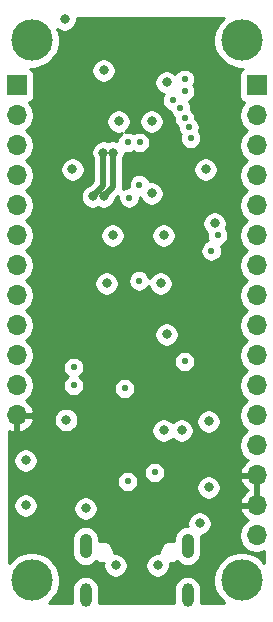
<source format=gbr>
%TF.GenerationSoftware,KiCad,Pcbnew,5.1.7-a382d34a8~88~ubuntu18.04.1*%
%TF.CreationDate,2022-09-03T09:09:10-04:00*%
%TF.ProjectId,project-MS88SF3-breakout,70726f6a-6563-4742-9d4d-533838534633,rev?*%
%TF.SameCoordinates,Original*%
%TF.FileFunction,Copper,L3,Inr*%
%TF.FilePolarity,Positive*%
%FSLAX46Y46*%
G04 Gerber Fmt 4.6, Leading zero omitted, Abs format (unit mm)*
G04 Created by KiCad (PCBNEW 5.1.7-a382d34a8~88~ubuntu18.04.1) date 2022-09-03 09:09:10*
%MOMM*%
%LPD*%
G01*
G04 APERTURE LIST*
%TA.AperFunction,ComponentPad*%
%ADD10O,1.700000X1.700000*%
%TD*%
%TA.AperFunction,ComponentPad*%
%ADD11R,1.700000X1.700000*%
%TD*%
%TA.AperFunction,ComponentPad*%
%ADD12O,1.050000X2.100000*%
%TD*%
%TA.AperFunction,ComponentPad*%
%ADD13O,1.000000X2.000000*%
%TD*%
%TA.AperFunction,ComponentPad*%
%ADD14C,3.500000*%
%TD*%
%TA.AperFunction,ViaPad*%
%ADD15C,0.800000*%
%TD*%
%TA.AperFunction,ViaPad*%
%ADD16C,0.554000*%
%TD*%
%TA.AperFunction,Conductor*%
%ADD17C,0.500000*%
%TD*%
%TA.AperFunction,Conductor*%
%ADD18C,0.254000*%
%TD*%
%TA.AperFunction,Conductor*%
%ADD19C,0.100000*%
%TD*%
G04 APERTURE END LIST*
D10*
%TO.N,/VDD_nRF*%
%TO.C,J4*%
X37338000Y-115062000D03*
%TO.N,Net-(J4-Pad11)*%
X37338000Y-112522000D03*
%TO.N,/VBUS*%
X37338000Y-109982000D03*
%TO.N,/AIN2*%
X37338000Y-107442000D03*
%TO.N,/AIN3*%
X37338000Y-104902000D03*
%TO.N,/AIN5*%
X37338000Y-102362000D03*
%TO.N,/AIN0*%
X37338000Y-99822000D03*
%TO.N,/P1.15*%
X37338000Y-97282000D03*
%TO.N,/P1.13*%
X37338000Y-94742000D03*
%TO.N,/AIN1*%
X37338000Y-92202000D03*
%TO.N,/P1.14*%
X37338000Y-89662000D03*
D11*
%TO.N,/P1.10*%
X37338000Y-87122000D03*
%TD*%
D12*
%TO.N,GND*%
%TO.C,J3*%
X51818000Y-126122000D03*
X43178000Y-126122000D03*
D13*
X51818000Y-130302000D03*
X43178000Y-130302000D03*
%TD*%
D10*
%TO.N,/RESET*%
%TO.C,J5*%
X57658000Y-125222000D03*
%TO.N,/VDD_nRF*%
X57658000Y-122682000D03*
X57658000Y-120142000D03*
%TO.N,GND*%
X57658000Y-117602000D03*
%TO.N,/P0.21*%
X57658000Y-115062000D03*
%TO.N,/P0.17*%
X57658000Y-112522000D03*
%TO.N,/P0.15*%
X57658000Y-109982000D03*
%TO.N,/P0.13*%
X57658000Y-107442000D03*
%TO.N,/P0.19*%
X57658000Y-104902000D03*
%TO.N,/P0.23*%
X57658000Y-102362000D03*
%TO.N,/TX*%
X57658000Y-99822000D03*
%TO.N,/P0.22*%
X57658000Y-97282000D03*
%TO.N,/RX*%
X57658000Y-94742000D03*
%TO.N,/NFC2*%
X57658000Y-92202000D03*
%TO.N,/NFC1*%
X57658000Y-89662000D03*
D11*
%TO.N,/P0.25*%
X57658000Y-87122000D03*
%TD*%
D14*
%TO.N,GND*%
%TO.C,H2*%
X56388000Y-83312000D03*
%TD*%
%TO.N,GND*%
%TO.C,H1*%
X38608000Y-83312000D03*
%TD*%
%TO.N,GND*%
%TO.C,H4*%
X56388000Y-129032000D03*
%TD*%
%TO.N,GND*%
%TO.C,H3*%
X38608000Y-129032000D03*
%TD*%
D15*
%TO.N,/VBUS_nRF*%
X45466000Y-99822000D03*
X49784048Y-99822000D03*
%TO.N,GND*%
X54102000Y-98806000D03*
X48768000Y-96266000D03*
X43180000Y-122936000D03*
X38100000Y-118872000D03*
X38100000Y-122682000D03*
X53594000Y-121158000D03*
X52832000Y-124206000D03*
X49784000Y-116332000D03*
X51308000Y-116332000D03*
X45974000Y-90170000D03*
X53340000Y-94234000D03*
X42075019Y-94234000D03*
X44958000Y-103886000D03*
X49530000Y-103886000D03*
D16*
X47696870Y-103664044D03*
X42164000Y-112522000D03*
X42164000Y-110998000D03*
X46482000Y-112776000D03*
D15*
X48768000Y-90170000D03*
X44704000Y-85852000D03*
X50037976Y-86868000D03*
X41402014Y-81534000D03*
D16*
%TO.N,/RX*%
X54356000Y-99822000D03*
%TO.N,/TX*%
X53815486Y-101124514D03*
%TO.N,/RESET*%
X51562000Y-110490000D03*
D15*
%TO.N,/VDD_nRF*%
X43180000Y-118618000D03*
X42926000Y-99822000D03*
X49530000Y-98552000D03*
D16*
X44958000Y-112776000D03*
D15*
%TO.N,/VBUS*%
X49276000Y-127762000D03*
X45720000Y-127762000D03*
X50038000Y-108204000D03*
X53594000Y-115570000D03*
X41528995Y-115442995D03*
D16*
%TO.N,/CC1*%
X49022000Y-119888000D03*
X46736000Y-120650000D03*
D15*
%TO.N,/VDDH*%
X45466000Y-92820998D03*
X44704000Y-96520000D03*
X44698077Y-92821516D03*
X43799934Y-96520000D03*
D16*
%TO.N,/SWCLK*%
X47728743Y-95536510D03*
X47752000Y-91948000D03*
%TO.N,/SWDIO*%
X46864485Y-96648485D03*
X46736000Y-91948000D03*
%TO.N,/P0.19*%
X52070988Y-91596720D03*
%TO.N,/P0.13*%
X51918249Y-90669376D03*
%TO.N,/P0.15*%
X51562000Y-89916000D03*
%TO.N,/P0.17*%
X51206167Y-89052167D03*
%TO.N,/P0.21*%
X50545988Y-88392000D03*
%TO.N,/NFC2*%
X51562000Y-87630000D03*
%TO.N,/NFC1*%
X51563199Y-86612801D03*
%TD*%
D17*
%TO.N,/VDDH*%
X45466000Y-95758000D02*
X44704000Y-96520000D01*
X45466000Y-92820998D02*
X45466000Y-95758000D01*
X44698077Y-95621857D02*
X43799934Y-96520000D01*
X44698077Y-92821516D02*
X44698077Y-95621857D01*
%TD*%
D18*
%TO.N,/VDD_nRF*%
X54867651Y-81459450D02*
X54535450Y-81791651D01*
X54274440Y-82182279D01*
X54094654Y-82616321D01*
X54003000Y-83077098D01*
X54003000Y-83546902D01*
X54094654Y-84007679D01*
X54274440Y-84441721D01*
X54535450Y-84832349D01*
X54867651Y-85164550D01*
X55258279Y-85425560D01*
X55692321Y-85605346D01*
X56153098Y-85697000D01*
X56536689Y-85697000D01*
X56453506Y-85741463D01*
X56356815Y-85820815D01*
X56277463Y-85917506D01*
X56218498Y-86027820D01*
X56182188Y-86147518D01*
X56169928Y-86272000D01*
X56169928Y-87972000D01*
X56182188Y-88096482D01*
X56218498Y-88216180D01*
X56277463Y-88326494D01*
X56356815Y-88423185D01*
X56453506Y-88502537D01*
X56563820Y-88561502D01*
X56636380Y-88583513D01*
X56504525Y-88715368D01*
X56342010Y-88958589D01*
X56230068Y-89228842D01*
X56173000Y-89515740D01*
X56173000Y-89808260D01*
X56230068Y-90095158D01*
X56342010Y-90365411D01*
X56504525Y-90608632D01*
X56711368Y-90815475D01*
X56885760Y-90932000D01*
X56711368Y-91048525D01*
X56504525Y-91255368D01*
X56342010Y-91498589D01*
X56230068Y-91768842D01*
X56173000Y-92055740D01*
X56173000Y-92348260D01*
X56230068Y-92635158D01*
X56342010Y-92905411D01*
X56504525Y-93148632D01*
X56711368Y-93355475D01*
X56885760Y-93472000D01*
X56711368Y-93588525D01*
X56504525Y-93795368D01*
X56342010Y-94038589D01*
X56230068Y-94308842D01*
X56173000Y-94595740D01*
X56173000Y-94888260D01*
X56230068Y-95175158D01*
X56342010Y-95445411D01*
X56504525Y-95688632D01*
X56711368Y-95895475D01*
X56885760Y-96012000D01*
X56711368Y-96128525D01*
X56504525Y-96335368D01*
X56342010Y-96578589D01*
X56230068Y-96848842D01*
X56173000Y-97135740D01*
X56173000Y-97428260D01*
X56230068Y-97715158D01*
X56342010Y-97985411D01*
X56504525Y-98228632D01*
X56711368Y-98435475D01*
X56885760Y-98552000D01*
X56711368Y-98668525D01*
X56504525Y-98875368D01*
X56342010Y-99118589D01*
X56230068Y-99388842D01*
X56173000Y-99675740D01*
X56173000Y-99968260D01*
X56230068Y-100255158D01*
X56342010Y-100525411D01*
X56504525Y-100768632D01*
X56711368Y-100975475D01*
X56885760Y-101092000D01*
X56711368Y-101208525D01*
X56504525Y-101415368D01*
X56342010Y-101658589D01*
X56230068Y-101928842D01*
X56173000Y-102215740D01*
X56173000Y-102508260D01*
X56230068Y-102795158D01*
X56342010Y-103065411D01*
X56504525Y-103308632D01*
X56711368Y-103515475D01*
X56885760Y-103632000D01*
X56711368Y-103748525D01*
X56504525Y-103955368D01*
X56342010Y-104198589D01*
X56230068Y-104468842D01*
X56173000Y-104755740D01*
X56173000Y-105048260D01*
X56230068Y-105335158D01*
X56342010Y-105605411D01*
X56504525Y-105848632D01*
X56711368Y-106055475D01*
X56885760Y-106172000D01*
X56711368Y-106288525D01*
X56504525Y-106495368D01*
X56342010Y-106738589D01*
X56230068Y-107008842D01*
X56173000Y-107295740D01*
X56173000Y-107588260D01*
X56230068Y-107875158D01*
X56342010Y-108145411D01*
X56504525Y-108388632D01*
X56711368Y-108595475D01*
X56885760Y-108712000D01*
X56711368Y-108828525D01*
X56504525Y-109035368D01*
X56342010Y-109278589D01*
X56230068Y-109548842D01*
X56173000Y-109835740D01*
X56173000Y-110128260D01*
X56230068Y-110415158D01*
X56342010Y-110685411D01*
X56504525Y-110928632D01*
X56711368Y-111135475D01*
X56885760Y-111252000D01*
X56711368Y-111368525D01*
X56504525Y-111575368D01*
X56342010Y-111818589D01*
X56230068Y-112088842D01*
X56173000Y-112375740D01*
X56173000Y-112668260D01*
X56230068Y-112955158D01*
X56342010Y-113225411D01*
X56504525Y-113468632D01*
X56711368Y-113675475D01*
X56885760Y-113792000D01*
X56711368Y-113908525D01*
X56504525Y-114115368D01*
X56342010Y-114358589D01*
X56230068Y-114628842D01*
X56173000Y-114915740D01*
X56173000Y-115208260D01*
X56230068Y-115495158D01*
X56342010Y-115765411D01*
X56504525Y-116008632D01*
X56711368Y-116215475D01*
X56885760Y-116332000D01*
X56711368Y-116448525D01*
X56504525Y-116655368D01*
X56342010Y-116898589D01*
X56230068Y-117168842D01*
X56173000Y-117455740D01*
X56173000Y-117748260D01*
X56230068Y-118035158D01*
X56342010Y-118305411D01*
X56504525Y-118548632D01*
X56711368Y-118755475D01*
X56893534Y-118877195D01*
X56776645Y-118946822D01*
X56560412Y-119141731D01*
X56386359Y-119375080D01*
X56261175Y-119637901D01*
X56216524Y-119785110D01*
X56337845Y-120015000D01*
X57531000Y-120015000D01*
X57531000Y-119995000D01*
X57785000Y-119995000D01*
X57785000Y-120015000D01*
X57805000Y-120015000D01*
X57805000Y-120269000D01*
X57785000Y-120269000D01*
X57785000Y-122555000D01*
X57805000Y-122555000D01*
X57805000Y-122809000D01*
X57785000Y-122809000D01*
X57785000Y-122829000D01*
X57531000Y-122829000D01*
X57531000Y-122809000D01*
X56337845Y-122809000D01*
X56216524Y-123038890D01*
X56261175Y-123186099D01*
X56386359Y-123448920D01*
X56560412Y-123682269D01*
X56776645Y-123877178D01*
X56893534Y-123946805D01*
X56711368Y-124068525D01*
X56504525Y-124275368D01*
X56342010Y-124518589D01*
X56230068Y-124788842D01*
X56173000Y-125075740D01*
X56173000Y-125368260D01*
X56230068Y-125655158D01*
X56342010Y-125925411D01*
X56504525Y-126168632D01*
X56711368Y-126375475D01*
X56954589Y-126537990D01*
X57224842Y-126649932D01*
X57511740Y-126707000D01*
X57804260Y-126707000D01*
X58091158Y-126649932D01*
X58268001Y-126576682D01*
X58268001Y-127552734D01*
X58240550Y-127511651D01*
X57908349Y-127179450D01*
X57517721Y-126918440D01*
X57083679Y-126738654D01*
X56622902Y-126647000D01*
X56153098Y-126647000D01*
X55692321Y-126738654D01*
X55258279Y-126918440D01*
X54867651Y-127179450D01*
X54535450Y-127511651D01*
X54274440Y-127902279D01*
X54094654Y-128336321D01*
X54003000Y-128797098D01*
X54003000Y-129266902D01*
X54094654Y-129727679D01*
X54274440Y-130161721D01*
X54535450Y-130552349D01*
X54867651Y-130884550D01*
X54908733Y-130912000D01*
X52947657Y-130912000D01*
X52953000Y-130857752D01*
X52953000Y-129746248D01*
X52936577Y-129579501D01*
X52871676Y-129365553D01*
X52766284Y-129168377D01*
X52624449Y-128995551D01*
X52451623Y-128853716D01*
X52254446Y-128748324D01*
X52040498Y-128683423D01*
X51818000Y-128661509D01*
X51595501Y-128683423D01*
X51381553Y-128748324D01*
X51184377Y-128853716D01*
X51011551Y-128995551D01*
X50869716Y-129168377D01*
X50764324Y-129365554D01*
X50699423Y-129579502D01*
X50683000Y-129746249D01*
X50683000Y-130857752D01*
X50688343Y-130912000D01*
X44307657Y-130912000D01*
X44313000Y-130857752D01*
X44313000Y-129746248D01*
X44296577Y-129579501D01*
X44231676Y-129365553D01*
X44126284Y-129168377D01*
X43984449Y-128995551D01*
X43811623Y-128853716D01*
X43614446Y-128748324D01*
X43400498Y-128683423D01*
X43178000Y-128661509D01*
X42955501Y-128683423D01*
X42741553Y-128748324D01*
X42544377Y-128853716D01*
X42371551Y-128995551D01*
X42229716Y-129168377D01*
X42124324Y-129365554D01*
X42059423Y-129579502D01*
X42043000Y-129746249D01*
X42043000Y-130857752D01*
X42048343Y-130912000D01*
X40087267Y-130912000D01*
X40128349Y-130884550D01*
X40460550Y-130552349D01*
X40721560Y-130161721D01*
X40901346Y-129727679D01*
X40993000Y-129266902D01*
X40993000Y-128797098D01*
X40901346Y-128336321D01*
X40721560Y-127902279D01*
X40460550Y-127511651D01*
X40128349Y-127179450D01*
X39737721Y-126918440D01*
X39303679Y-126738654D01*
X38842902Y-126647000D01*
X38373098Y-126647000D01*
X37912321Y-126738654D01*
X37478279Y-126918440D01*
X37087651Y-127179450D01*
X36755450Y-127511651D01*
X36728000Y-127552733D01*
X36728000Y-125540022D01*
X42018000Y-125540022D01*
X42018000Y-126703979D01*
X42034785Y-126874400D01*
X42101115Y-127093060D01*
X42208830Y-127294579D01*
X42353789Y-127471212D01*
X42530422Y-127616171D01*
X42731941Y-127723885D01*
X42950601Y-127790215D01*
X43178000Y-127812612D01*
X43405400Y-127790215D01*
X43624060Y-127723885D01*
X43825579Y-127616171D01*
X44002212Y-127471212D01*
X44054899Y-127407012D01*
X44153269Y-127472741D01*
X44327978Y-127545108D01*
X44513448Y-127582000D01*
X44700527Y-127582000D01*
X44685000Y-127660061D01*
X44685000Y-127863939D01*
X44724774Y-128063898D01*
X44802795Y-128252256D01*
X44916063Y-128421774D01*
X45060226Y-128565937D01*
X45229744Y-128679205D01*
X45418102Y-128757226D01*
X45618061Y-128797000D01*
X45821939Y-128797000D01*
X46021898Y-128757226D01*
X46210256Y-128679205D01*
X46379774Y-128565937D01*
X46523937Y-128421774D01*
X46637205Y-128252256D01*
X46715226Y-128063898D01*
X46755000Y-127863939D01*
X46755000Y-127660061D01*
X48241000Y-127660061D01*
X48241000Y-127863939D01*
X48280774Y-128063898D01*
X48358795Y-128252256D01*
X48472063Y-128421774D01*
X48616226Y-128565937D01*
X48785744Y-128679205D01*
X48974102Y-128757226D01*
X49174061Y-128797000D01*
X49377939Y-128797000D01*
X49577898Y-128757226D01*
X49766256Y-128679205D01*
X49935774Y-128565937D01*
X50079937Y-128421774D01*
X50193205Y-128252256D01*
X50271226Y-128063898D01*
X50311000Y-127863939D01*
X50311000Y-127660061D01*
X50295473Y-127582000D01*
X50482552Y-127582000D01*
X50668022Y-127545108D01*
X50842731Y-127472741D01*
X50941101Y-127407012D01*
X50993789Y-127471212D01*
X51170422Y-127616171D01*
X51371941Y-127723885D01*
X51590601Y-127790215D01*
X51818000Y-127812612D01*
X52045400Y-127790215D01*
X52264060Y-127723885D01*
X52465579Y-127616171D01*
X52642212Y-127471212D01*
X52787171Y-127294579D01*
X52894885Y-127093060D01*
X52961215Y-126874400D01*
X52978000Y-126703979D01*
X52978000Y-125540021D01*
X52961215Y-125369600D01*
X52922204Y-125241000D01*
X52933939Y-125241000D01*
X53133898Y-125201226D01*
X53322256Y-125123205D01*
X53491774Y-125009937D01*
X53635937Y-124865774D01*
X53749205Y-124696256D01*
X53827226Y-124507898D01*
X53867000Y-124307939D01*
X53867000Y-124104061D01*
X53827226Y-123904102D01*
X53749205Y-123715744D01*
X53635937Y-123546226D01*
X53491774Y-123402063D01*
X53322256Y-123288795D01*
X53133898Y-123210774D01*
X52933939Y-123171000D01*
X52730061Y-123171000D01*
X52530102Y-123210774D01*
X52341744Y-123288795D01*
X52172226Y-123402063D01*
X52028063Y-123546226D01*
X51914795Y-123715744D01*
X51836774Y-123904102D01*
X51797000Y-124104061D01*
X51797000Y-124307939D01*
X51821626Y-124431745D01*
X51818000Y-124431388D01*
X51590600Y-124453785D01*
X51371940Y-124520115D01*
X51170421Y-124627829D01*
X50993788Y-124772788D01*
X50848829Y-124949422D01*
X50741115Y-125150941D01*
X50674785Y-125369601D01*
X50658000Y-125540022D01*
X50658000Y-125696899D01*
X50482552Y-125662000D01*
X50293448Y-125662000D01*
X50107978Y-125698892D01*
X49933269Y-125771259D01*
X49776036Y-125876319D01*
X49642319Y-126010036D01*
X49537259Y-126167269D01*
X49464892Y-126341978D01*
X49428000Y-126527448D01*
X49428000Y-126716552D01*
X49432226Y-126737798D01*
X49377939Y-126727000D01*
X49174061Y-126727000D01*
X48974102Y-126766774D01*
X48785744Y-126844795D01*
X48616226Y-126958063D01*
X48472063Y-127102226D01*
X48358795Y-127271744D01*
X48280774Y-127460102D01*
X48241000Y-127660061D01*
X46755000Y-127660061D01*
X46715226Y-127460102D01*
X46637205Y-127271744D01*
X46523937Y-127102226D01*
X46379774Y-126958063D01*
X46210256Y-126844795D01*
X46021898Y-126766774D01*
X45821939Y-126727000D01*
X45618061Y-126727000D01*
X45563774Y-126737798D01*
X45568000Y-126716552D01*
X45568000Y-126527448D01*
X45531108Y-126341978D01*
X45458741Y-126167269D01*
X45353681Y-126010036D01*
X45219964Y-125876319D01*
X45062731Y-125771259D01*
X44888022Y-125698892D01*
X44702552Y-125662000D01*
X44513448Y-125662000D01*
X44338000Y-125696899D01*
X44338000Y-125540021D01*
X44321215Y-125369600D01*
X44254885Y-125150940D01*
X44147171Y-124949421D01*
X44002212Y-124772788D01*
X43825578Y-124627829D01*
X43624059Y-124520115D01*
X43405399Y-124453785D01*
X43178000Y-124431388D01*
X42950600Y-124453785D01*
X42731940Y-124520115D01*
X42530421Y-124627829D01*
X42353788Y-124772788D01*
X42208829Y-124949422D01*
X42101115Y-125150941D01*
X42034785Y-125369601D01*
X42018000Y-125540022D01*
X36728000Y-125540022D01*
X36728000Y-122580061D01*
X37065000Y-122580061D01*
X37065000Y-122783939D01*
X37104774Y-122983898D01*
X37182795Y-123172256D01*
X37296063Y-123341774D01*
X37440226Y-123485937D01*
X37609744Y-123599205D01*
X37798102Y-123677226D01*
X37998061Y-123717000D01*
X38201939Y-123717000D01*
X38401898Y-123677226D01*
X38590256Y-123599205D01*
X38759774Y-123485937D01*
X38903937Y-123341774D01*
X39017205Y-123172256D01*
X39095226Y-122983898D01*
X39125030Y-122834061D01*
X42145000Y-122834061D01*
X42145000Y-123037939D01*
X42184774Y-123237898D01*
X42262795Y-123426256D01*
X42376063Y-123595774D01*
X42520226Y-123739937D01*
X42689744Y-123853205D01*
X42878102Y-123931226D01*
X43078061Y-123971000D01*
X43281939Y-123971000D01*
X43481898Y-123931226D01*
X43670256Y-123853205D01*
X43839774Y-123739937D01*
X43983937Y-123595774D01*
X44097205Y-123426256D01*
X44175226Y-123237898D01*
X44215000Y-123037939D01*
X44215000Y-122834061D01*
X44175226Y-122634102D01*
X44097205Y-122445744D01*
X43983937Y-122276226D01*
X43839774Y-122132063D01*
X43670256Y-122018795D01*
X43481898Y-121940774D01*
X43281939Y-121901000D01*
X43078061Y-121901000D01*
X42878102Y-121940774D01*
X42689744Y-122018795D01*
X42520226Y-122132063D01*
X42376063Y-122276226D01*
X42262795Y-122445744D01*
X42184774Y-122634102D01*
X42145000Y-122834061D01*
X39125030Y-122834061D01*
X39135000Y-122783939D01*
X39135000Y-122580061D01*
X39095226Y-122380102D01*
X39017205Y-122191744D01*
X38903937Y-122022226D01*
X38759774Y-121878063D01*
X38590256Y-121764795D01*
X38401898Y-121686774D01*
X38201939Y-121647000D01*
X37998061Y-121647000D01*
X37798102Y-121686774D01*
X37609744Y-121764795D01*
X37440226Y-121878063D01*
X37296063Y-122022226D01*
X37182795Y-122191744D01*
X37104774Y-122380102D01*
X37065000Y-122580061D01*
X36728000Y-122580061D01*
X36728000Y-120560176D01*
X45824000Y-120560176D01*
X45824000Y-120739824D01*
X45859047Y-120916021D01*
X45927796Y-121081994D01*
X46027603Y-121231366D01*
X46154634Y-121358397D01*
X46304006Y-121458204D01*
X46469979Y-121526953D01*
X46646176Y-121562000D01*
X46825824Y-121562000D01*
X47002021Y-121526953D01*
X47167994Y-121458204D01*
X47317366Y-121358397D01*
X47444397Y-121231366D01*
X47544204Y-121081994D01*
X47554945Y-121056061D01*
X52559000Y-121056061D01*
X52559000Y-121259939D01*
X52598774Y-121459898D01*
X52676795Y-121648256D01*
X52790063Y-121817774D01*
X52934226Y-121961937D01*
X53103744Y-122075205D01*
X53292102Y-122153226D01*
X53492061Y-122193000D01*
X53695939Y-122193000D01*
X53895898Y-122153226D01*
X54084256Y-122075205D01*
X54253774Y-121961937D01*
X54397937Y-121817774D01*
X54511205Y-121648256D01*
X54589226Y-121459898D01*
X54629000Y-121259939D01*
X54629000Y-121056061D01*
X54589226Y-120856102D01*
X54511205Y-120667744D01*
X54398381Y-120498890D01*
X56216524Y-120498890D01*
X56261175Y-120646099D01*
X56386359Y-120908920D01*
X56560412Y-121142269D01*
X56776645Y-121337178D01*
X56902255Y-121412000D01*
X56776645Y-121486822D01*
X56560412Y-121681731D01*
X56386359Y-121915080D01*
X56261175Y-122177901D01*
X56216524Y-122325110D01*
X56337845Y-122555000D01*
X57531000Y-122555000D01*
X57531000Y-120269000D01*
X56337845Y-120269000D01*
X56216524Y-120498890D01*
X54398381Y-120498890D01*
X54397937Y-120498226D01*
X54253774Y-120354063D01*
X54084256Y-120240795D01*
X53895898Y-120162774D01*
X53695939Y-120123000D01*
X53492061Y-120123000D01*
X53292102Y-120162774D01*
X53103744Y-120240795D01*
X52934226Y-120354063D01*
X52790063Y-120498226D01*
X52676795Y-120667744D01*
X52598774Y-120856102D01*
X52559000Y-121056061D01*
X47554945Y-121056061D01*
X47612953Y-120916021D01*
X47648000Y-120739824D01*
X47648000Y-120560176D01*
X47612953Y-120383979D01*
X47544204Y-120218006D01*
X47444397Y-120068634D01*
X47317366Y-119941603D01*
X47167994Y-119841796D01*
X47062688Y-119798176D01*
X48110000Y-119798176D01*
X48110000Y-119977824D01*
X48145047Y-120154021D01*
X48213796Y-120319994D01*
X48313603Y-120469366D01*
X48440634Y-120596397D01*
X48590006Y-120696204D01*
X48755979Y-120764953D01*
X48932176Y-120800000D01*
X49111824Y-120800000D01*
X49288021Y-120764953D01*
X49453994Y-120696204D01*
X49603366Y-120596397D01*
X49730397Y-120469366D01*
X49830204Y-120319994D01*
X49898953Y-120154021D01*
X49934000Y-119977824D01*
X49934000Y-119798176D01*
X49898953Y-119621979D01*
X49830204Y-119456006D01*
X49730397Y-119306634D01*
X49603366Y-119179603D01*
X49453994Y-119079796D01*
X49288021Y-119011047D01*
X49111824Y-118976000D01*
X48932176Y-118976000D01*
X48755979Y-119011047D01*
X48590006Y-119079796D01*
X48440634Y-119179603D01*
X48313603Y-119306634D01*
X48213796Y-119456006D01*
X48145047Y-119621979D01*
X48110000Y-119798176D01*
X47062688Y-119798176D01*
X47002021Y-119773047D01*
X46825824Y-119738000D01*
X46646176Y-119738000D01*
X46469979Y-119773047D01*
X46304006Y-119841796D01*
X46154634Y-119941603D01*
X46027603Y-120068634D01*
X45927796Y-120218006D01*
X45859047Y-120383979D01*
X45824000Y-120560176D01*
X36728000Y-120560176D01*
X36728000Y-118770061D01*
X37065000Y-118770061D01*
X37065000Y-118973939D01*
X37104774Y-119173898D01*
X37182795Y-119362256D01*
X37296063Y-119531774D01*
X37440226Y-119675937D01*
X37609744Y-119789205D01*
X37798102Y-119867226D01*
X37998061Y-119907000D01*
X38201939Y-119907000D01*
X38401898Y-119867226D01*
X38590256Y-119789205D01*
X38759774Y-119675937D01*
X38903937Y-119531774D01*
X39017205Y-119362256D01*
X39095226Y-119173898D01*
X39135000Y-118973939D01*
X39135000Y-118770061D01*
X39095226Y-118570102D01*
X39017205Y-118381744D01*
X38903937Y-118212226D01*
X38759774Y-118068063D01*
X38590256Y-117954795D01*
X38401898Y-117876774D01*
X38201939Y-117837000D01*
X37998061Y-117837000D01*
X37798102Y-117876774D01*
X37609744Y-117954795D01*
X37440226Y-118068063D01*
X37296063Y-118212226D01*
X37182795Y-118381744D01*
X37104774Y-118570102D01*
X37065000Y-118770061D01*
X36728000Y-118770061D01*
X36728000Y-116413696D01*
X36981109Y-116503481D01*
X37211000Y-116382814D01*
X37211000Y-115189000D01*
X37465000Y-115189000D01*
X37465000Y-116382814D01*
X37694891Y-116503481D01*
X37969252Y-116406157D01*
X38219355Y-116257178D01*
X38435588Y-116062269D01*
X38609641Y-115828920D01*
X38734825Y-115566099D01*
X38779476Y-115418890D01*
X38738401Y-115341056D01*
X40493995Y-115341056D01*
X40493995Y-115544934D01*
X40533769Y-115744893D01*
X40611790Y-115933251D01*
X40725058Y-116102769D01*
X40869221Y-116246932D01*
X41038739Y-116360200D01*
X41227097Y-116438221D01*
X41427056Y-116477995D01*
X41630934Y-116477995D01*
X41830893Y-116438221D01*
X42019251Y-116360200D01*
X42188769Y-116246932D01*
X42205640Y-116230061D01*
X48749000Y-116230061D01*
X48749000Y-116433939D01*
X48788774Y-116633898D01*
X48866795Y-116822256D01*
X48980063Y-116991774D01*
X49124226Y-117135937D01*
X49293744Y-117249205D01*
X49482102Y-117327226D01*
X49682061Y-117367000D01*
X49885939Y-117367000D01*
X50085898Y-117327226D01*
X50274256Y-117249205D01*
X50443774Y-117135937D01*
X50546000Y-117033711D01*
X50648226Y-117135937D01*
X50817744Y-117249205D01*
X51006102Y-117327226D01*
X51206061Y-117367000D01*
X51409939Y-117367000D01*
X51609898Y-117327226D01*
X51798256Y-117249205D01*
X51967774Y-117135937D01*
X52111937Y-116991774D01*
X52225205Y-116822256D01*
X52303226Y-116633898D01*
X52343000Y-116433939D01*
X52343000Y-116230061D01*
X52303226Y-116030102D01*
X52225205Y-115841744D01*
X52111937Y-115672226D01*
X51967774Y-115528063D01*
X51877975Y-115468061D01*
X52559000Y-115468061D01*
X52559000Y-115671939D01*
X52598774Y-115871898D01*
X52676795Y-116060256D01*
X52790063Y-116229774D01*
X52934226Y-116373937D01*
X53103744Y-116487205D01*
X53292102Y-116565226D01*
X53492061Y-116605000D01*
X53695939Y-116605000D01*
X53895898Y-116565226D01*
X54084256Y-116487205D01*
X54253774Y-116373937D01*
X54397937Y-116229774D01*
X54511205Y-116060256D01*
X54589226Y-115871898D01*
X54629000Y-115671939D01*
X54629000Y-115468061D01*
X54589226Y-115268102D01*
X54511205Y-115079744D01*
X54397937Y-114910226D01*
X54253774Y-114766063D01*
X54084256Y-114652795D01*
X53895898Y-114574774D01*
X53695939Y-114535000D01*
X53492061Y-114535000D01*
X53292102Y-114574774D01*
X53103744Y-114652795D01*
X52934226Y-114766063D01*
X52790063Y-114910226D01*
X52676795Y-115079744D01*
X52598774Y-115268102D01*
X52559000Y-115468061D01*
X51877975Y-115468061D01*
X51798256Y-115414795D01*
X51609898Y-115336774D01*
X51409939Y-115297000D01*
X51206061Y-115297000D01*
X51006102Y-115336774D01*
X50817744Y-115414795D01*
X50648226Y-115528063D01*
X50546000Y-115630289D01*
X50443774Y-115528063D01*
X50274256Y-115414795D01*
X50085898Y-115336774D01*
X49885939Y-115297000D01*
X49682061Y-115297000D01*
X49482102Y-115336774D01*
X49293744Y-115414795D01*
X49124226Y-115528063D01*
X48980063Y-115672226D01*
X48866795Y-115841744D01*
X48788774Y-116030102D01*
X48749000Y-116230061D01*
X42205640Y-116230061D01*
X42332932Y-116102769D01*
X42446200Y-115933251D01*
X42524221Y-115744893D01*
X42563995Y-115544934D01*
X42563995Y-115341056D01*
X42524221Y-115141097D01*
X42446200Y-114952739D01*
X42332932Y-114783221D01*
X42188769Y-114639058D01*
X42019251Y-114525790D01*
X41830893Y-114447769D01*
X41630934Y-114407995D01*
X41427056Y-114407995D01*
X41227097Y-114447769D01*
X41038739Y-114525790D01*
X40869221Y-114639058D01*
X40725058Y-114783221D01*
X40611790Y-114952739D01*
X40533769Y-115141097D01*
X40493995Y-115341056D01*
X38738401Y-115341056D01*
X38658155Y-115189000D01*
X37465000Y-115189000D01*
X37211000Y-115189000D01*
X37191000Y-115189000D01*
X37191000Y-114935000D01*
X37211000Y-114935000D01*
X37211000Y-114915000D01*
X37465000Y-114915000D01*
X37465000Y-114935000D01*
X38658155Y-114935000D01*
X38779476Y-114705110D01*
X38734825Y-114557901D01*
X38609641Y-114295080D01*
X38435588Y-114061731D01*
X38219355Y-113866822D01*
X38102466Y-113797195D01*
X38284632Y-113675475D01*
X38491475Y-113468632D01*
X38653990Y-113225411D01*
X38765932Y-112955158D01*
X38823000Y-112668260D01*
X38823000Y-112375740D01*
X38765932Y-112088842D01*
X38653990Y-111818589D01*
X38491475Y-111575368D01*
X38284632Y-111368525D01*
X38110240Y-111252000D01*
X38284632Y-111135475D01*
X38491475Y-110928632D01*
X38505143Y-110908176D01*
X41252000Y-110908176D01*
X41252000Y-111087824D01*
X41287047Y-111264021D01*
X41355796Y-111429994D01*
X41455603Y-111579366D01*
X41582634Y-111706397D01*
X41662857Y-111760000D01*
X41582634Y-111813603D01*
X41455603Y-111940634D01*
X41355796Y-112090006D01*
X41287047Y-112255979D01*
X41252000Y-112432176D01*
X41252000Y-112611824D01*
X41287047Y-112788021D01*
X41355796Y-112953994D01*
X41455603Y-113103366D01*
X41582634Y-113230397D01*
X41732006Y-113330204D01*
X41897979Y-113398953D01*
X42074176Y-113434000D01*
X42253824Y-113434000D01*
X42430021Y-113398953D01*
X42595994Y-113330204D01*
X42745366Y-113230397D01*
X42872397Y-113103366D01*
X42972204Y-112953994D01*
X43040953Y-112788021D01*
X43061210Y-112686176D01*
X45570000Y-112686176D01*
X45570000Y-112865824D01*
X45605047Y-113042021D01*
X45673796Y-113207994D01*
X45773603Y-113357366D01*
X45900634Y-113484397D01*
X46050006Y-113584204D01*
X46215979Y-113652953D01*
X46392176Y-113688000D01*
X46571824Y-113688000D01*
X46748021Y-113652953D01*
X46913994Y-113584204D01*
X47063366Y-113484397D01*
X47190397Y-113357366D01*
X47290204Y-113207994D01*
X47358953Y-113042021D01*
X47394000Y-112865824D01*
X47394000Y-112686176D01*
X47358953Y-112509979D01*
X47290204Y-112344006D01*
X47190397Y-112194634D01*
X47063366Y-112067603D01*
X46913994Y-111967796D01*
X46748021Y-111899047D01*
X46571824Y-111864000D01*
X46392176Y-111864000D01*
X46215979Y-111899047D01*
X46050006Y-111967796D01*
X45900634Y-112067603D01*
X45773603Y-112194634D01*
X45673796Y-112344006D01*
X45605047Y-112509979D01*
X45570000Y-112686176D01*
X43061210Y-112686176D01*
X43076000Y-112611824D01*
X43076000Y-112432176D01*
X43040953Y-112255979D01*
X42972204Y-112090006D01*
X42872397Y-111940634D01*
X42745366Y-111813603D01*
X42665143Y-111760000D01*
X42745366Y-111706397D01*
X42872397Y-111579366D01*
X42972204Y-111429994D01*
X43040953Y-111264021D01*
X43076000Y-111087824D01*
X43076000Y-110908176D01*
X43040953Y-110731979D01*
X42972204Y-110566006D01*
X42872397Y-110416634D01*
X42855939Y-110400176D01*
X50650000Y-110400176D01*
X50650000Y-110579824D01*
X50685047Y-110756021D01*
X50753796Y-110921994D01*
X50853603Y-111071366D01*
X50980634Y-111198397D01*
X51130006Y-111298204D01*
X51295979Y-111366953D01*
X51472176Y-111402000D01*
X51651824Y-111402000D01*
X51828021Y-111366953D01*
X51993994Y-111298204D01*
X52143366Y-111198397D01*
X52270397Y-111071366D01*
X52370204Y-110921994D01*
X52438953Y-110756021D01*
X52474000Y-110579824D01*
X52474000Y-110400176D01*
X52438953Y-110223979D01*
X52370204Y-110058006D01*
X52270397Y-109908634D01*
X52143366Y-109781603D01*
X51993994Y-109681796D01*
X51828021Y-109613047D01*
X51651824Y-109578000D01*
X51472176Y-109578000D01*
X51295979Y-109613047D01*
X51130006Y-109681796D01*
X50980634Y-109781603D01*
X50853603Y-109908634D01*
X50753796Y-110058006D01*
X50685047Y-110223979D01*
X50650000Y-110400176D01*
X42855939Y-110400176D01*
X42745366Y-110289603D01*
X42595994Y-110189796D01*
X42430021Y-110121047D01*
X42253824Y-110086000D01*
X42074176Y-110086000D01*
X41897979Y-110121047D01*
X41732006Y-110189796D01*
X41582634Y-110289603D01*
X41455603Y-110416634D01*
X41355796Y-110566006D01*
X41287047Y-110731979D01*
X41252000Y-110908176D01*
X38505143Y-110908176D01*
X38653990Y-110685411D01*
X38765932Y-110415158D01*
X38823000Y-110128260D01*
X38823000Y-109835740D01*
X38765932Y-109548842D01*
X38653990Y-109278589D01*
X38491475Y-109035368D01*
X38284632Y-108828525D01*
X38110240Y-108712000D01*
X38284632Y-108595475D01*
X38491475Y-108388632D01*
X38653990Y-108145411D01*
X38671946Y-108102061D01*
X49003000Y-108102061D01*
X49003000Y-108305939D01*
X49042774Y-108505898D01*
X49120795Y-108694256D01*
X49234063Y-108863774D01*
X49378226Y-109007937D01*
X49547744Y-109121205D01*
X49736102Y-109199226D01*
X49936061Y-109239000D01*
X50139939Y-109239000D01*
X50339898Y-109199226D01*
X50528256Y-109121205D01*
X50697774Y-109007937D01*
X50841937Y-108863774D01*
X50955205Y-108694256D01*
X51033226Y-108505898D01*
X51073000Y-108305939D01*
X51073000Y-108102061D01*
X51033226Y-107902102D01*
X50955205Y-107713744D01*
X50841937Y-107544226D01*
X50697774Y-107400063D01*
X50528256Y-107286795D01*
X50339898Y-107208774D01*
X50139939Y-107169000D01*
X49936061Y-107169000D01*
X49736102Y-107208774D01*
X49547744Y-107286795D01*
X49378226Y-107400063D01*
X49234063Y-107544226D01*
X49120795Y-107713744D01*
X49042774Y-107902102D01*
X49003000Y-108102061D01*
X38671946Y-108102061D01*
X38765932Y-107875158D01*
X38823000Y-107588260D01*
X38823000Y-107295740D01*
X38765932Y-107008842D01*
X38653990Y-106738589D01*
X38491475Y-106495368D01*
X38284632Y-106288525D01*
X38110240Y-106172000D01*
X38284632Y-106055475D01*
X38491475Y-105848632D01*
X38653990Y-105605411D01*
X38765932Y-105335158D01*
X38823000Y-105048260D01*
X38823000Y-104755740D01*
X38765932Y-104468842D01*
X38653990Y-104198589D01*
X38491475Y-103955368D01*
X38320168Y-103784061D01*
X43923000Y-103784061D01*
X43923000Y-103987939D01*
X43962774Y-104187898D01*
X44040795Y-104376256D01*
X44154063Y-104545774D01*
X44298226Y-104689937D01*
X44467744Y-104803205D01*
X44656102Y-104881226D01*
X44856061Y-104921000D01*
X45059939Y-104921000D01*
X45259898Y-104881226D01*
X45448256Y-104803205D01*
X45617774Y-104689937D01*
X45761937Y-104545774D01*
X45875205Y-104376256D01*
X45953226Y-104187898D01*
X45993000Y-103987939D01*
X45993000Y-103784061D01*
X45953226Y-103584102D01*
X45949133Y-103574220D01*
X46784870Y-103574220D01*
X46784870Y-103753868D01*
X46819917Y-103930065D01*
X46888666Y-104096038D01*
X46988473Y-104245410D01*
X47115504Y-104372441D01*
X47264876Y-104472248D01*
X47430849Y-104540997D01*
X47607046Y-104576044D01*
X47786694Y-104576044D01*
X47962891Y-104540997D01*
X48128864Y-104472248D01*
X48278236Y-104372441D01*
X48405267Y-104245410D01*
X48505074Y-104096038D01*
X48512795Y-104077399D01*
X48534774Y-104187898D01*
X48612795Y-104376256D01*
X48726063Y-104545774D01*
X48870226Y-104689937D01*
X49039744Y-104803205D01*
X49228102Y-104881226D01*
X49428061Y-104921000D01*
X49631939Y-104921000D01*
X49831898Y-104881226D01*
X50020256Y-104803205D01*
X50189774Y-104689937D01*
X50333937Y-104545774D01*
X50447205Y-104376256D01*
X50525226Y-104187898D01*
X50565000Y-103987939D01*
X50565000Y-103784061D01*
X50525226Y-103584102D01*
X50447205Y-103395744D01*
X50333937Y-103226226D01*
X50189774Y-103082063D01*
X50020256Y-102968795D01*
X49831898Y-102890774D01*
X49631939Y-102851000D01*
X49428061Y-102851000D01*
X49228102Y-102890774D01*
X49039744Y-102968795D01*
X48870226Y-103082063D01*
X48726063Y-103226226D01*
X48612795Y-103395744D01*
X48586160Y-103460046D01*
X48573823Y-103398023D01*
X48505074Y-103232050D01*
X48405267Y-103082678D01*
X48278236Y-102955647D01*
X48128864Y-102855840D01*
X47962891Y-102787091D01*
X47786694Y-102752044D01*
X47607046Y-102752044D01*
X47430849Y-102787091D01*
X47264876Y-102855840D01*
X47115504Y-102955647D01*
X46988473Y-103082678D01*
X46888666Y-103232050D01*
X46819917Y-103398023D01*
X46784870Y-103574220D01*
X45949133Y-103574220D01*
X45875205Y-103395744D01*
X45761937Y-103226226D01*
X45617774Y-103082063D01*
X45448256Y-102968795D01*
X45259898Y-102890774D01*
X45059939Y-102851000D01*
X44856061Y-102851000D01*
X44656102Y-102890774D01*
X44467744Y-102968795D01*
X44298226Y-103082063D01*
X44154063Y-103226226D01*
X44040795Y-103395744D01*
X43962774Y-103584102D01*
X43923000Y-103784061D01*
X38320168Y-103784061D01*
X38284632Y-103748525D01*
X38110240Y-103632000D01*
X38284632Y-103515475D01*
X38491475Y-103308632D01*
X38653990Y-103065411D01*
X38765932Y-102795158D01*
X38823000Y-102508260D01*
X38823000Y-102215740D01*
X38765932Y-101928842D01*
X38653990Y-101658589D01*
X38491475Y-101415368D01*
X38284632Y-101208525D01*
X38110240Y-101092000D01*
X38196010Y-101034690D01*
X52903486Y-101034690D01*
X52903486Y-101214338D01*
X52938533Y-101390535D01*
X53007282Y-101556508D01*
X53107089Y-101705880D01*
X53234120Y-101832911D01*
X53383492Y-101932718D01*
X53549465Y-102001467D01*
X53725662Y-102036514D01*
X53905310Y-102036514D01*
X54081507Y-102001467D01*
X54247480Y-101932718D01*
X54396852Y-101832911D01*
X54523883Y-101705880D01*
X54623690Y-101556508D01*
X54692439Y-101390535D01*
X54727486Y-101214338D01*
X54727486Y-101034690D01*
X54692439Y-100858493D01*
X54625720Y-100697421D01*
X54787994Y-100630204D01*
X54937366Y-100530397D01*
X55064397Y-100403366D01*
X55164204Y-100253994D01*
X55232953Y-100088021D01*
X55268000Y-99911824D01*
X55268000Y-99732176D01*
X55232953Y-99555979D01*
X55164204Y-99390006D01*
X55064397Y-99240634D01*
X55048733Y-99224970D01*
X55097226Y-99107898D01*
X55137000Y-98907939D01*
X55137000Y-98704061D01*
X55097226Y-98504102D01*
X55019205Y-98315744D01*
X54905937Y-98146226D01*
X54761774Y-98002063D01*
X54592256Y-97888795D01*
X54403898Y-97810774D01*
X54203939Y-97771000D01*
X54000061Y-97771000D01*
X53800102Y-97810774D01*
X53611744Y-97888795D01*
X53442226Y-98002063D01*
X53298063Y-98146226D01*
X53184795Y-98315744D01*
X53106774Y-98504102D01*
X53067000Y-98704061D01*
X53067000Y-98907939D01*
X53106774Y-99107898D01*
X53184795Y-99296256D01*
X53298063Y-99465774D01*
X53442226Y-99609937D01*
X53465254Y-99625324D01*
X53444000Y-99732176D01*
X53444000Y-99911824D01*
X53479047Y-100088021D01*
X53545766Y-100249093D01*
X53383492Y-100316310D01*
X53234120Y-100416117D01*
X53107089Y-100543148D01*
X53007282Y-100692520D01*
X52938533Y-100858493D01*
X52903486Y-101034690D01*
X38196010Y-101034690D01*
X38284632Y-100975475D01*
X38491475Y-100768632D01*
X38653990Y-100525411D01*
X38765932Y-100255158D01*
X38823000Y-99968260D01*
X38823000Y-99720061D01*
X44431000Y-99720061D01*
X44431000Y-99923939D01*
X44470774Y-100123898D01*
X44548795Y-100312256D01*
X44662063Y-100481774D01*
X44806226Y-100625937D01*
X44975744Y-100739205D01*
X45164102Y-100817226D01*
X45364061Y-100857000D01*
X45567939Y-100857000D01*
X45767898Y-100817226D01*
X45956256Y-100739205D01*
X46125774Y-100625937D01*
X46269937Y-100481774D01*
X46383205Y-100312256D01*
X46461226Y-100123898D01*
X46501000Y-99923939D01*
X46501000Y-99720061D01*
X48749048Y-99720061D01*
X48749048Y-99923939D01*
X48788822Y-100123898D01*
X48866843Y-100312256D01*
X48980111Y-100481774D01*
X49124274Y-100625937D01*
X49293792Y-100739205D01*
X49482150Y-100817226D01*
X49682109Y-100857000D01*
X49885987Y-100857000D01*
X50085946Y-100817226D01*
X50274304Y-100739205D01*
X50443822Y-100625937D01*
X50587985Y-100481774D01*
X50701253Y-100312256D01*
X50779274Y-100123898D01*
X50819048Y-99923939D01*
X50819048Y-99720061D01*
X50779274Y-99520102D01*
X50701253Y-99331744D01*
X50587985Y-99162226D01*
X50443822Y-99018063D01*
X50274304Y-98904795D01*
X50085946Y-98826774D01*
X49885987Y-98787000D01*
X49682109Y-98787000D01*
X49482150Y-98826774D01*
X49293792Y-98904795D01*
X49124274Y-99018063D01*
X48980111Y-99162226D01*
X48866843Y-99331744D01*
X48788822Y-99520102D01*
X48749048Y-99720061D01*
X46501000Y-99720061D01*
X46461226Y-99520102D01*
X46383205Y-99331744D01*
X46269937Y-99162226D01*
X46125774Y-99018063D01*
X45956256Y-98904795D01*
X45767898Y-98826774D01*
X45567939Y-98787000D01*
X45364061Y-98787000D01*
X45164102Y-98826774D01*
X44975744Y-98904795D01*
X44806226Y-99018063D01*
X44662063Y-99162226D01*
X44548795Y-99331744D01*
X44470774Y-99520102D01*
X44431000Y-99720061D01*
X38823000Y-99720061D01*
X38823000Y-99675740D01*
X38765932Y-99388842D01*
X38653990Y-99118589D01*
X38491475Y-98875368D01*
X38284632Y-98668525D01*
X38110240Y-98552000D01*
X38284632Y-98435475D01*
X38491475Y-98228632D01*
X38653990Y-97985411D01*
X38765932Y-97715158D01*
X38823000Y-97428260D01*
X38823000Y-97135740D01*
X38765932Y-96848842D01*
X38653990Y-96578589D01*
X38546729Y-96418061D01*
X42764934Y-96418061D01*
X42764934Y-96621939D01*
X42804708Y-96821898D01*
X42882729Y-97010256D01*
X42995997Y-97179774D01*
X43140160Y-97323937D01*
X43309678Y-97437205D01*
X43498036Y-97515226D01*
X43697995Y-97555000D01*
X43901873Y-97555000D01*
X44101832Y-97515226D01*
X44251967Y-97453038D01*
X44402102Y-97515226D01*
X44602061Y-97555000D01*
X44805939Y-97555000D01*
X45005898Y-97515226D01*
X45194256Y-97437205D01*
X45363774Y-97323937D01*
X45507937Y-97179774D01*
X45621205Y-97010256D01*
X45699226Y-96821898D01*
X45710535Y-96765044D01*
X45961316Y-96514263D01*
X45952485Y-96558661D01*
X45952485Y-96738309D01*
X45987532Y-96914506D01*
X46056281Y-97080479D01*
X46156088Y-97229851D01*
X46283119Y-97356882D01*
X46432491Y-97456689D01*
X46598464Y-97525438D01*
X46774661Y-97560485D01*
X46954309Y-97560485D01*
X47130506Y-97525438D01*
X47296479Y-97456689D01*
X47445851Y-97356882D01*
X47572882Y-97229851D01*
X47672689Y-97080479D01*
X47741438Y-96914506D01*
X47776485Y-96738309D01*
X47776485Y-96576857D01*
X47850795Y-96756256D01*
X47964063Y-96925774D01*
X48108226Y-97069937D01*
X48277744Y-97183205D01*
X48466102Y-97261226D01*
X48666061Y-97301000D01*
X48869939Y-97301000D01*
X49069898Y-97261226D01*
X49258256Y-97183205D01*
X49427774Y-97069937D01*
X49571937Y-96925774D01*
X49685205Y-96756256D01*
X49763226Y-96567898D01*
X49803000Y-96367939D01*
X49803000Y-96164061D01*
X49763226Y-95964102D01*
X49685205Y-95775744D01*
X49571937Y-95606226D01*
X49427774Y-95462063D01*
X49258256Y-95348795D01*
X49069898Y-95270774D01*
X48869939Y-95231000D01*
X48666061Y-95231000D01*
X48595179Y-95245099D01*
X48536947Y-95104516D01*
X48437140Y-94955144D01*
X48310109Y-94828113D01*
X48160737Y-94728306D01*
X47994764Y-94659557D01*
X47818567Y-94624510D01*
X47638919Y-94624510D01*
X47462722Y-94659557D01*
X47296749Y-94728306D01*
X47147377Y-94828113D01*
X47020346Y-94955144D01*
X46920539Y-95104516D01*
X46851790Y-95270489D01*
X46816743Y-95446686D01*
X46816743Y-95626334D01*
X46838653Y-95736485D01*
X46774661Y-95736485D01*
X46598464Y-95771532D01*
X46432491Y-95840281D01*
X46341168Y-95901301D01*
X46351000Y-95801477D01*
X46351000Y-95801469D01*
X46355281Y-95758000D01*
X46351000Y-95714531D01*
X46351000Y-94132061D01*
X52305000Y-94132061D01*
X52305000Y-94335939D01*
X52344774Y-94535898D01*
X52422795Y-94724256D01*
X52536063Y-94893774D01*
X52680226Y-95037937D01*
X52849744Y-95151205D01*
X53038102Y-95229226D01*
X53238061Y-95269000D01*
X53441939Y-95269000D01*
X53641898Y-95229226D01*
X53830256Y-95151205D01*
X53999774Y-95037937D01*
X54143937Y-94893774D01*
X54257205Y-94724256D01*
X54335226Y-94535898D01*
X54375000Y-94335939D01*
X54375000Y-94132061D01*
X54335226Y-93932102D01*
X54257205Y-93743744D01*
X54143937Y-93574226D01*
X53999774Y-93430063D01*
X53830256Y-93316795D01*
X53641898Y-93238774D01*
X53441939Y-93199000D01*
X53238061Y-93199000D01*
X53038102Y-93238774D01*
X52849744Y-93316795D01*
X52680226Y-93430063D01*
X52536063Y-93574226D01*
X52422795Y-93743744D01*
X52344774Y-93932102D01*
X52305000Y-94132061D01*
X46351000Y-94132061D01*
X46351000Y-93359452D01*
X46383205Y-93311254D01*
X46461226Y-93122896D01*
X46501000Y-92922937D01*
X46501000Y-92831123D01*
X46646176Y-92860000D01*
X46825824Y-92860000D01*
X47002021Y-92824953D01*
X47167994Y-92756204D01*
X47244000Y-92705419D01*
X47320006Y-92756204D01*
X47485979Y-92824953D01*
X47662176Y-92860000D01*
X47841824Y-92860000D01*
X48018021Y-92824953D01*
X48183994Y-92756204D01*
X48333366Y-92656397D01*
X48460397Y-92529366D01*
X48560204Y-92379994D01*
X48628953Y-92214021D01*
X48664000Y-92037824D01*
X48664000Y-91858176D01*
X48628953Y-91681979D01*
X48560204Y-91516006D01*
X48460397Y-91366634D01*
X48333366Y-91239603D01*
X48183994Y-91139796D01*
X48018021Y-91071047D01*
X47841824Y-91036000D01*
X47662176Y-91036000D01*
X47485979Y-91071047D01*
X47320006Y-91139796D01*
X47244000Y-91190581D01*
X47167994Y-91139796D01*
X47002021Y-91071047D01*
X46825824Y-91036000D01*
X46646176Y-91036000D01*
X46496262Y-91065819D01*
X46633774Y-90973937D01*
X46777937Y-90829774D01*
X46891205Y-90660256D01*
X46969226Y-90471898D01*
X47009000Y-90271939D01*
X47009000Y-90068061D01*
X47733000Y-90068061D01*
X47733000Y-90271939D01*
X47772774Y-90471898D01*
X47850795Y-90660256D01*
X47964063Y-90829774D01*
X48108226Y-90973937D01*
X48277744Y-91087205D01*
X48466102Y-91165226D01*
X48666061Y-91205000D01*
X48869939Y-91205000D01*
X49069898Y-91165226D01*
X49258256Y-91087205D01*
X49427774Y-90973937D01*
X49571937Y-90829774D01*
X49685205Y-90660256D01*
X49763226Y-90471898D01*
X49803000Y-90271939D01*
X49803000Y-90068061D01*
X49763226Y-89868102D01*
X49685205Y-89679744D01*
X49571937Y-89510226D01*
X49427774Y-89366063D01*
X49258256Y-89252795D01*
X49069898Y-89174774D01*
X48869939Y-89135000D01*
X48666061Y-89135000D01*
X48466102Y-89174774D01*
X48277744Y-89252795D01*
X48108226Y-89366063D01*
X47964063Y-89510226D01*
X47850795Y-89679744D01*
X47772774Y-89868102D01*
X47733000Y-90068061D01*
X47009000Y-90068061D01*
X46969226Y-89868102D01*
X46891205Y-89679744D01*
X46777937Y-89510226D01*
X46633774Y-89366063D01*
X46464256Y-89252795D01*
X46275898Y-89174774D01*
X46075939Y-89135000D01*
X45872061Y-89135000D01*
X45672102Y-89174774D01*
X45483744Y-89252795D01*
X45314226Y-89366063D01*
X45170063Y-89510226D01*
X45056795Y-89679744D01*
X44978774Y-89868102D01*
X44939000Y-90068061D01*
X44939000Y-90271939D01*
X44978774Y-90471898D01*
X45056795Y-90660256D01*
X45170063Y-90829774D01*
X45314226Y-90973937D01*
X45483744Y-91087205D01*
X45672102Y-91165226D01*
X45872061Y-91205000D01*
X46075939Y-91205000D01*
X46261729Y-91168044D01*
X46154634Y-91239603D01*
X46027603Y-91366634D01*
X45927796Y-91516006D01*
X45859047Y-91681979D01*
X45825684Y-91849708D01*
X45767898Y-91825772D01*
X45567939Y-91785998D01*
X45364061Y-91785998D01*
X45164102Y-91825772D01*
X45081413Y-91860023D01*
X44999975Y-91826290D01*
X44800016Y-91786516D01*
X44596138Y-91786516D01*
X44396179Y-91826290D01*
X44207821Y-91904311D01*
X44038303Y-92017579D01*
X43894140Y-92161742D01*
X43780872Y-92331260D01*
X43702851Y-92519618D01*
X43663077Y-92719577D01*
X43663077Y-92923455D01*
X43702851Y-93123414D01*
X43780872Y-93311772D01*
X43813077Y-93359971D01*
X43813078Y-95255277D01*
X43554891Y-95513465D01*
X43498036Y-95524774D01*
X43309678Y-95602795D01*
X43140160Y-95716063D01*
X42995997Y-95860226D01*
X42882729Y-96029744D01*
X42804708Y-96218102D01*
X42764934Y-96418061D01*
X38546729Y-96418061D01*
X38491475Y-96335368D01*
X38284632Y-96128525D01*
X38110240Y-96012000D01*
X38284632Y-95895475D01*
X38491475Y-95688632D01*
X38653990Y-95445411D01*
X38765932Y-95175158D01*
X38823000Y-94888260D01*
X38823000Y-94595740D01*
X38765932Y-94308842D01*
X38692708Y-94132061D01*
X41040019Y-94132061D01*
X41040019Y-94335939D01*
X41079793Y-94535898D01*
X41157814Y-94724256D01*
X41271082Y-94893774D01*
X41415245Y-95037937D01*
X41584763Y-95151205D01*
X41773121Y-95229226D01*
X41973080Y-95269000D01*
X42176958Y-95269000D01*
X42376917Y-95229226D01*
X42565275Y-95151205D01*
X42734793Y-95037937D01*
X42878956Y-94893774D01*
X42992224Y-94724256D01*
X43070245Y-94535898D01*
X43110019Y-94335939D01*
X43110019Y-94132061D01*
X43070245Y-93932102D01*
X42992224Y-93743744D01*
X42878956Y-93574226D01*
X42734793Y-93430063D01*
X42565275Y-93316795D01*
X42376917Y-93238774D01*
X42176958Y-93199000D01*
X41973080Y-93199000D01*
X41773121Y-93238774D01*
X41584763Y-93316795D01*
X41415245Y-93430063D01*
X41271082Y-93574226D01*
X41157814Y-93743744D01*
X41079793Y-93932102D01*
X41040019Y-94132061D01*
X38692708Y-94132061D01*
X38653990Y-94038589D01*
X38491475Y-93795368D01*
X38284632Y-93588525D01*
X38110240Y-93472000D01*
X38284632Y-93355475D01*
X38491475Y-93148632D01*
X38653990Y-92905411D01*
X38765932Y-92635158D01*
X38823000Y-92348260D01*
X38823000Y-92055740D01*
X38765932Y-91768842D01*
X38653990Y-91498589D01*
X38491475Y-91255368D01*
X38284632Y-91048525D01*
X38110240Y-90932000D01*
X38284632Y-90815475D01*
X38491475Y-90608632D01*
X38653990Y-90365411D01*
X38765932Y-90095158D01*
X38823000Y-89808260D01*
X38823000Y-89515740D01*
X38765932Y-89228842D01*
X38653990Y-88958589D01*
X38491475Y-88715368D01*
X38359620Y-88583513D01*
X38432180Y-88561502D01*
X38542494Y-88502537D01*
X38639185Y-88423185D01*
X38718537Y-88326494D01*
X38777502Y-88216180D01*
X38813812Y-88096482D01*
X38826072Y-87972000D01*
X38826072Y-86272000D01*
X38813812Y-86147518D01*
X38777502Y-86027820D01*
X38718537Y-85917506D01*
X38639185Y-85820815D01*
X38552971Y-85750061D01*
X43669000Y-85750061D01*
X43669000Y-85953939D01*
X43708774Y-86153898D01*
X43786795Y-86342256D01*
X43900063Y-86511774D01*
X44044226Y-86655937D01*
X44213744Y-86769205D01*
X44402102Y-86847226D01*
X44602061Y-86887000D01*
X44805939Y-86887000D01*
X45005898Y-86847226D01*
X45194256Y-86769205D01*
X45198961Y-86766061D01*
X49002976Y-86766061D01*
X49002976Y-86969939D01*
X49042750Y-87169898D01*
X49120771Y-87358256D01*
X49234039Y-87527774D01*
X49378202Y-87671937D01*
X49547720Y-87785205D01*
X49736078Y-87863226D01*
X49794664Y-87874879D01*
X49737784Y-87960006D01*
X49669035Y-88125979D01*
X49633988Y-88302176D01*
X49633988Y-88481824D01*
X49669035Y-88658021D01*
X49737784Y-88823994D01*
X49837591Y-88973366D01*
X49964622Y-89100397D01*
X50113994Y-89200204D01*
X50279967Y-89268953D01*
X50321046Y-89277124D01*
X50329214Y-89318188D01*
X50397963Y-89484161D01*
X50497770Y-89633533D01*
X50624801Y-89760564D01*
X50658564Y-89783123D01*
X50650000Y-89826176D01*
X50650000Y-90005824D01*
X50685047Y-90182021D01*
X50753796Y-90347994D01*
X50853603Y-90497366D01*
X50980634Y-90624397D01*
X51006249Y-90641512D01*
X51006249Y-90759200D01*
X51041296Y-90935397D01*
X51110045Y-91101370D01*
X51209852Y-91250742D01*
X51222087Y-91262977D01*
X51194035Y-91330699D01*
X51158988Y-91506896D01*
X51158988Y-91686544D01*
X51194035Y-91862741D01*
X51262784Y-92028714D01*
X51362591Y-92178086D01*
X51489622Y-92305117D01*
X51638994Y-92404924D01*
X51804967Y-92473673D01*
X51981164Y-92508720D01*
X52160812Y-92508720D01*
X52337009Y-92473673D01*
X52502982Y-92404924D01*
X52652354Y-92305117D01*
X52779385Y-92178086D01*
X52879192Y-92028714D01*
X52947941Y-91862741D01*
X52982988Y-91686544D01*
X52982988Y-91506896D01*
X52947941Y-91330699D01*
X52879192Y-91164726D01*
X52779385Y-91015354D01*
X52767150Y-91003119D01*
X52795202Y-90935397D01*
X52830249Y-90759200D01*
X52830249Y-90579552D01*
X52795202Y-90403355D01*
X52726453Y-90237382D01*
X52626646Y-90088010D01*
X52499615Y-89960979D01*
X52474000Y-89943864D01*
X52474000Y-89826176D01*
X52438953Y-89649979D01*
X52370204Y-89484006D01*
X52270397Y-89334634D01*
X52143366Y-89207603D01*
X52109603Y-89185044D01*
X52118167Y-89141991D01*
X52118167Y-88962343D01*
X52083120Y-88786146D01*
X52014371Y-88620173D01*
X51914723Y-88471039D01*
X51993994Y-88438204D01*
X52143366Y-88338397D01*
X52270397Y-88211366D01*
X52370204Y-88061994D01*
X52438953Y-87896021D01*
X52474000Y-87719824D01*
X52474000Y-87540176D01*
X52438953Y-87363979D01*
X52370204Y-87198006D01*
X52319617Y-87122298D01*
X52371403Y-87044795D01*
X52440152Y-86878822D01*
X52475199Y-86702625D01*
X52475199Y-86522977D01*
X52440152Y-86346780D01*
X52371403Y-86180807D01*
X52271596Y-86031435D01*
X52144565Y-85904404D01*
X51995193Y-85804597D01*
X51829220Y-85735848D01*
X51653023Y-85700801D01*
X51473375Y-85700801D01*
X51297178Y-85735848D01*
X51131205Y-85804597D01*
X50981833Y-85904404D01*
X50854802Y-86031435D01*
X50778827Y-86145140D01*
X50697750Y-86064063D01*
X50528232Y-85950795D01*
X50339874Y-85872774D01*
X50139915Y-85833000D01*
X49936037Y-85833000D01*
X49736078Y-85872774D01*
X49547720Y-85950795D01*
X49378202Y-86064063D01*
X49234039Y-86208226D01*
X49120771Y-86377744D01*
X49042750Y-86566102D01*
X49002976Y-86766061D01*
X45198961Y-86766061D01*
X45363774Y-86655937D01*
X45507937Y-86511774D01*
X45621205Y-86342256D01*
X45699226Y-86153898D01*
X45739000Y-85953939D01*
X45739000Y-85750061D01*
X45699226Y-85550102D01*
X45621205Y-85361744D01*
X45507937Y-85192226D01*
X45363774Y-85048063D01*
X45194256Y-84934795D01*
X45005898Y-84856774D01*
X44805939Y-84817000D01*
X44602061Y-84817000D01*
X44402102Y-84856774D01*
X44213744Y-84934795D01*
X44044226Y-85048063D01*
X43900063Y-85192226D01*
X43786795Y-85361744D01*
X43708774Y-85550102D01*
X43669000Y-85750061D01*
X38552971Y-85750061D01*
X38542494Y-85741463D01*
X38459311Y-85697000D01*
X38842902Y-85697000D01*
X39303679Y-85605346D01*
X39737721Y-85425560D01*
X40128349Y-85164550D01*
X40460550Y-84832349D01*
X40721560Y-84441721D01*
X40901346Y-84007679D01*
X40993000Y-83546902D01*
X40993000Y-83077098D01*
X40901346Y-82616321D01*
X40802795Y-82378399D01*
X40911758Y-82451205D01*
X41100116Y-82529226D01*
X41300075Y-82569000D01*
X41503953Y-82569000D01*
X41703912Y-82529226D01*
X41892270Y-82451205D01*
X42061788Y-82337937D01*
X42205951Y-82193774D01*
X42319219Y-82024256D01*
X42397240Y-81835898D01*
X42437014Y-81635939D01*
X42437014Y-81432061D01*
X42437002Y-81432000D01*
X54908733Y-81432000D01*
X54867651Y-81459450D01*
%TA.AperFunction,Conductor*%
D19*
G36*
X54867651Y-81459450D02*
G01*
X54535450Y-81791651D01*
X54274440Y-82182279D01*
X54094654Y-82616321D01*
X54003000Y-83077098D01*
X54003000Y-83546902D01*
X54094654Y-84007679D01*
X54274440Y-84441721D01*
X54535450Y-84832349D01*
X54867651Y-85164550D01*
X55258279Y-85425560D01*
X55692321Y-85605346D01*
X56153098Y-85697000D01*
X56536689Y-85697000D01*
X56453506Y-85741463D01*
X56356815Y-85820815D01*
X56277463Y-85917506D01*
X56218498Y-86027820D01*
X56182188Y-86147518D01*
X56169928Y-86272000D01*
X56169928Y-87972000D01*
X56182188Y-88096482D01*
X56218498Y-88216180D01*
X56277463Y-88326494D01*
X56356815Y-88423185D01*
X56453506Y-88502537D01*
X56563820Y-88561502D01*
X56636380Y-88583513D01*
X56504525Y-88715368D01*
X56342010Y-88958589D01*
X56230068Y-89228842D01*
X56173000Y-89515740D01*
X56173000Y-89808260D01*
X56230068Y-90095158D01*
X56342010Y-90365411D01*
X56504525Y-90608632D01*
X56711368Y-90815475D01*
X56885760Y-90932000D01*
X56711368Y-91048525D01*
X56504525Y-91255368D01*
X56342010Y-91498589D01*
X56230068Y-91768842D01*
X56173000Y-92055740D01*
X56173000Y-92348260D01*
X56230068Y-92635158D01*
X56342010Y-92905411D01*
X56504525Y-93148632D01*
X56711368Y-93355475D01*
X56885760Y-93472000D01*
X56711368Y-93588525D01*
X56504525Y-93795368D01*
X56342010Y-94038589D01*
X56230068Y-94308842D01*
X56173000Y-94595740D01*
X56173000Y-94888260D01*
X56230068Y-95175158D01*
X56342010Y-95445411D01*
X56504525Y-95688632D01*
X56711368Y-95895475D01*
X56885760Y-96012000D01*
X56711368Y-96128525D01*
X56504525Y-96335368D01*
X56342010Y-96578589D01*
X56230068Y-96848842D01*
X56173000Y-97135740D01*
X56173000Y-97428260D01*
X56230068Y-97715158D01*
X56342010Y-97985411D01*
X56504525Y-98228632D01*
X56711368Y-98435475D01*
X56885760Y-98552000D01*
X56711368Y-98668525D01*
X56504525Y-98875368D01*
X56342010Y-99118589D01*
X56230068Y-99388842D01*
X56173000Y-99675740D01*
X56173000Y-99968260D01*
X56230068Y-100255158D01*
X56342010Y-100525411D01*
X56504525Y-100768632D01*
X56711368Y-100975475D01*
X56885760Y-101092000D01*
X56711368Y-101208525D01*
X56504525Y-101415368D01*
X56342010Y-101658589D01*
X56230068Y-101928842D01*
X56173000Y-102215740D01*
X56173000Y-102508260D01*
X56230068Y-102795158D01*
X56342010Y-103065411D01*
X56504525Y-103308632D01*
X56711368Y-103515475D01*
X56885760Y-103632000D01*
X56711368Y-103748525D01*
X56504525Y-103955368D01*
X56342010Y-104198589D01*
X56230068Y-104468842D01*
X56173000Y-104755740D01*
X56173000Y-105048260D01*
X56230068Y-105335158D01*
X56342010Y-105605411D01*
X56504525Y-105848632D01*
X56711368Y-106055475D01*
X56885760Y-106172000D01*
X56711368Y-106288525D01*
X56504525Y-106495368D01*
X56342010Y-106738589D01*
X56230068Y-107008842D01*
X56173000Y-107295740D01*
X56173000Y-107588260D01*
X56230068Y-107875158D01*
X56342010Y-108145411D01*
X56504525Y-108388632D01*
X56711368Y-108595475D01*
X56885760Y-108712000D01*
X56711368Y-108828525D01*
X56504525Y-109035368D01*
X56342010Y-109278589D01*
X56230068Y-109548842D01*
X56173000Y-109835740D01*
X56173000Y-110128260D01*
X56230068Y-110415158D01*
X56342010Y-110685411D01*
X56504525Y-110928632D01*
X56711368Y-111135475D01*
X56885760Y-111252000D01*
X56711368Y-111368525D01*
X56504525Y-111575368D01*
X56342010Y-111818589D01*
X56230068Y-112088842D01*
X56173000Y-112375740D01*
X56173000Y-112668260D01*
X56230068Y-112955158D01*
X56342010Y-113225411D01*
X56504525Y-113468632D01*
X56711368Y-113675475D01*
X56885760Y-113792000D01*
X56711368Y-113908525D01*
X56504525Y-114115368D01*
X56342010Y-114358589D01*
X56230068Y-114628842D01*
X56173000Y-114915740D01*
X56173000Y-115208260D01*
X56230068Y-115495158D01*
X56342010Y-115765411D01*
X56504525Y-116008632D01*
X56711368Y-116215475D01*
X56885760Y-116332000D01*
X56711368Y-116448525D01*
X56504525Y-116655368D01*
X56342010Y-116898589D01*
X56230068Y-117168842D01*
X56173000Y-117455740D01*
X56173000Y-117748260D01*
X56230068Y-118035158D01*
X56342010Y-118305411D01*
X56504525Y-118548632D01*
X56711368Y-118755475D01*
X56893534Y-118877195D01*
X56776645Y-118946822D01*
X56560412Y-119141731D01*
X56386359Y-119375080D01*
X56261175Y-119637901D01*
X56216524Y-119785110D01*
X56337845Y-120015000D01*
X57531000Y-120015000D01*
X57531000Y-119995000D01*
X57785000Y-119995000D01*
X57785000Y-120015000D01*
X57805000Y-120015000D01*
X57805000Y-120269000D01*
X57785000Y-120269000D01*
X57785000Y-122555000D01*
X57805000Y-122555000D01*
X57805000Y-122809000D01*
X57785000Y-122809000D01*
X57785000Y-122829000D01*
X57531000Y-122829000D01*
X57531000Y-122809000D01*
X56337845Y-122809000D01*
X56216524Y-123038890D01*
X56261175Y-123186099D01*
X56386359Y-123448920D01*
X56560412Y-123682269D01*
X56776645Y-123877178D01*
X56893534Y-123946805D01*
X56711368Y-124068525D01*
X56504525Y-124275368D01*
X56342010Y-124518589D01*
X56230068Y-124788842D01*
X56173000Y-125075740D01*
X56173000Y-125368260D01*
X56230068Y-125655158D01*
X56342010Y-125925411D01*
X56504525Y-126168632D01*
X56711368Y-126375475D01*
X56954589Y-126537990D01*
X57224842Y-126649932D01*
X57511740Y-126707000D01*
X57804260Y-126707000D01*
X58091158Y-126649932D01*
X58268001Y-126576682D01*
X58268001Y-127552734D01*
X58240550Y-127511651D01*
X57908349Y-127179450D01*
X57517721Y-126918440D01*
X57083679Y-126738654D01*
X56622902Y-126647000D01*
X56153098Y-126647000D01*
X55692321Y-126738654D01*
X55258279Y-126918440D01*
X54867651Y-127179450D01*
X54535450Y-127511651D01*
X54274440Y-127902279D01*
X54094654Y-128336321D01*
X54003000Y-128797098D01*
X54003000Y-129266902D01*
X54094654Y-129727679D01*
X54274440Y-130161721D01*
X54535450Y-130552349D01*
X54867651Y-130884550D01*
X54908733Y-130912000D01*
X52947657Y-130912000D01*
X52953000Y-130857752D01*
X52953000Y-129746248D01*
X52936577Y-129579501D01*
X52871676Y-129365553D01*
X52766284Y-129168377D01*
X52624449Y-128995551D01*
X52451623Y-128853716D01*
X52254446Y-128748324D01*
X52040498Y-128683423D01*
X51818000Y-128661509D01*
X51595501Y-128683423D01*
X51381553Y-128748324D01*
X51184377Y-128853716D01*
X51011551Y-128995551D01*
X50869716Y-129168377D01*
X50764324Y-129365554D01*
X50699423Y-129579502D01*
X50683000Y-129746249D01*
X50683000Y-130857752D01*
X50688343Y-130912000D01*
X44307657Y-130912000D01*
X44313000Y-130857752D01*
X44313000Y-129746248D01*
X44296577Y-129579501D01*
X44231676Y-129365553D01*
X44126284Y-129168377D01*
X43984449Y-128995551D01*
X43811623Y-128853716D01*
X43614446Y-128748324D01*
X43400498Y-128683423D01*
X43178000Y-128661509D01*
X42955501Y-128683423D01*
X42741553Y-128748324D01*
X42544377Y-128853716D01*
X42371551Y-128995551D01*
X42229716Y-129168377D01*
X42124324Y-129365554D01*
X42059423Y-129579502D01*
X42043000Y-129746249D01*
X42043000Y-130857752D01*
X42048343Y-130912000D01*
X40087267Y-130912000D01*
X40128349Y-130884550D01*
X40460550Y-130552349D01*
X40721560Y-130161721D01*
X40901346Y-129727679D01*
X40993000Y-129266902D01*
X40993000Y-128797098D01*
X40901346Y-128336321D01*
X40721560Y-127902279D01*
X40460550Y-127511651D01*
X40128349Y-127179450D01*
X39737721Y-126918440D01*
X39303679Y-126738654D01*
X38842902Y-126647000D01*
X38373098Y-126647000D01*
X37912321Y-126738654D01*
X37478279Y-126918440D01*
X37087651Y-127179450D01*
X36755450Y-127511651D01*
X36728000Y-127552733D01*
X36728000Y-125540022D01*
X42018000Y-125540022D01*
X42018000Y-126703979D01*
X42034785Y-126874400D01*
X42101115Y-127093060D01*
X42208830Y-127294579D01*
X42353789Y-127471212D01*
X42530422Y-127616171D01*
X42731941Y-127723885D01*
X42950601Y-127790215D01*
X43178000Y-127812612D01*
X43405400Y-127790215D01*
X43624060Y-127723885D01*
X43825579Y-127616171D01*
X44002212Y-127471212D01*
X44054899Y-127407012D01*
X44153269Y-127472741D01*
X44327978Y-127545108D01*
X44513448Y-127582000D01*
X44700527Y-127582000D01*
X44685000Y-127660061D01*
X44685000Y-127863939D01*
X44724774Y-128063898D01*
X44802795Y-128252256D01*
X44916063Y-128421774D01*
X45060226Y-128565937D01*
X45229744Y-128679205D01*
X45418102Y-128757226D01*
X45618061Y-128797000D01*
X45821939Y-128797000D01*
X46021898Y-128757226D01*
X46210256Y-128679205D01*
X46379774Y-128565937D01*
X46523937Y-128421774D01*
X46637205Y-128252256D01*
X46715226Y-128063898D01*
X46755000Y-127863939D01*
X46755000Y-127660061D01*
X48241000Y-127660061D01*
X48241000Y-127863939D01*
X48280774Y-128063898D01*
X48358795Y-128252256D01*
X48472063Y-128421774D01*
X48616226Y-128565937D01*
X48785744Y-128679205D01*
X48974102Y-128757226D01*
X49174061Y-128797000D01*
X49377939Y-128797000D01*
X49577898Y-128757226D01*
X49766256Y-128679205D01*
X49935774Y-128565937D01*
X50079937Y-128421774D01*
X50193205Y-128252256D01*
X50271226Y-128063898D01*
X50311000Y-127863939D01*
X50311000Y-127660061D01*
X50295473Y-127582000D01*
X50482552Y-127582000D01*
X50668022Y-127545108D01*
X50842731Y-127472741D01*
X50941101Y-127407012D01*
X50993789Y-127471212D01*
X51170422Y-127616171D01*
X51371941Y-127723885D01*
X51590601Y-127790215D01*
X51818000Y-127812612D01*
X52045400Y-127790215D01*
X52264060Y-127723885D01*
X52465579Y-127616171D01*
X52642212Y-127471212D01*
X52787171Y-127294579D01*
X52894885Y-127093060D01*
X52961215Y-126874400D01*
X52978000Y-126703979D01*
X52978000Y-125540021D01*
X52961215Y-125369600D01*
X52922204Y-125241000D01*
X52933939Y-125241000D01*
X53133898Y-125201226D01*
X53322256Y-125123205D01*
X53491774Y-125009937D01*
X53635937Y-124865774D01*
X53749205Y-124696256D01*
X53827226Y-124507898D01*
X53867000Y-124307939D01*
X53867000Y-124104061D01*
X53827226Y-123904102D01*
X53749205Y-123715744D01*
X53635937Y-123546226D01*
X53491774Y-123402063D01*
X53322256Y-123288795D01*
X53133898Y-123210774D01*
X52933939Y-123171000D01*
X52730061Y-123171000D01*
X52530102Y-123210774D01*
X52341744Y-123288795D01*
X52172226Y-123402063D01*
X52028063Y-123546226D01*
X51914795Y-123715744D01*
X51836774Y-123904102D01*
X51797000Y-124104061D01*
X51797000Y-124307939D01*
X51821626Y-124431745D01*
X51818000Y-124431388D01*
X51590600Y-124453785D01*
X51371940Y-124520115D01*
X51170421Y-124627829D01*
X50993788Y-124772788D01*
X50848829Y-124949422D01*
X50741115Y-125150941D01*
X50674785Y-125369601D01*
X50658000Y-125540022D01*
X50658000Y-125696899D01*
X50482552Y-125662000D01*
X50293448Y-125662000D01*
X50107978Y-125698892D01*
X49933269Y-125771259D01*
X49776036Y-125876319D01*
X49642319Y-126010036D01*
X49537259Y-126167269D01*
X49464892Y-126341978D01*
X49428000Y-126527448D01*
X49428000Y-126716552D01*
X49432226Y-126737798D01*
X49377939Y-126727000D01*
X49174061Y-126727000D01*
X48974102Y-126766774D01*
X48785744Y-126844795D01*
X48616226Y-126958063D01*
X48472063Y-127102226D01*
X48358795Y-127271744D01*
X48280774Y-127460102D01*
X48241000Y-127660061D01*
X46755000Y-127660061D01*
X46715226Y-127460102D01*
X46637205Y-127271744D01*
X46523937Y-127102226D01*
X46379774Y-126958063D01*
X46210256Y-126844795D01*
X46021898Y-126766774D01*
X45821939Y-126727000D01*
X45618061Y-126727000D01*
X45563774Y-126737798D01*
X45568000Y-126716552D01*
X45568000Y-126527448D01*
X45531108Y-126341978D01*
X45458741Y-126167269D01*
X45353681Y-126010036D01*
X45219964Y-125876319D01*
X45062731Y-125771259D01*
X44888022Y-125698892D01*
X44702552Y-125662000D01*
X44513448Y-125662000D01*
X44338000Y-125696899D01*
X44338000Y-125540021D01*
X44321215Y-125369600D01*
X44254885Y-125150940D01*
X44147171Y-124949421D01*
X44002212Y-124772788D01*
X43825578Y-124627829D01*
X43624059Y-124520115D01*
X43405399Y-124453785D01*
X43178000Y-124431388D01*
X42950600Y-124453785D01*
X42731940Y-124520115D01*
X42530421Y-124627829D01*
X42353788Y-124772788D01*
X42208829Y-124949422D01*
X42101115Y-125150941D01*
X42034785Y-125369601D01*
X42018000Y-125540022D01*
X36728000Y-125540022D01*
X36728000Y-122580061D01*
X37065000Y-122580061D01*
X37065000Y-122783939D01*
X37104774Y-122983898D01*
X37182795Y-123172256D01*
X37296063Y-123341774D01*
X37440226Y-123485937D01*
X37609744Y-123599205D01*
X37798102Y-123677226D01*
X37998061Y-123717000D01*
X38201939Y-123717000D01*
X38401898Y-123677226D01*
X38590256Y-123599205D01*
X38759774Y-123485937D01*
X38903937Y-123341774D01*
X39017205Y-123172256D01*
X39095226Y-122983898D01*
X39125030Y-122834061D01*
X42145000Y-122834061D01*
X42145000Y-123037939D01*
X42184774Y-123237898D01*
X42262795Y-123426256D01*
X42376063Y-123595774D01*
X42520226Y-123739937D01*
X42689744Y-123853205D01*
X42878102Y-123931226D01*
X43078061Y-123971000D01*
X43281939Y-123971000D01*
X43481898Y-123931226D01*
X43670256Y-123853205D01*
X43839774Y-123739937D01*
X43983937Y-123595774D01*
X44097205Y-123426256D01*
X44175226Y-123237898D01*
X44215000Y-123037939D01*
X44215000Y-122834061D01*
X44175226Y-122634102D01*
X44097205Y-122445744D01*
X43983937Y-122276226D01*
X43839774Y-122132063D01*
X43670256Y-122018795D01*
X43481898Y-121940774D01*
X43281939Y-121901000D01*
X43078061Y-121901000D01*
X42878102Y-121940774D01*
X42689744Y-122018795D01*
X42520226Y-122132063D01*
X42376063Y-122276226D01*
X42262795Y-122445744D01*
X42184774Y-122634102D01*
X42145000Y-122834061D01*
X39125030Y-122834061D01*
X39135000Y-122783939D01*
X39135000Y-122580061D01*
X39095226Y-122380102D01*
X39017205Y-122191744D01*
X38903937Y-122022226D01*
X38759774Y-121878063D01*
X38590256Y-121764795D01*
X38401898Y-121686774D01*
X38201939Y-121647000D01*
X37998061Y-121647000D01*
X37798102Y-121686774D01*
X37609744Y-121764795D01*
X37440226Y-121878063D01*
X37296063Y-122022226D01*
X37182795Y-122191744D01*
X37104774Y-122380102D01*
X37065000Y-122580061D01*
X36728000Y-122580061D01*
X36728000Y-120560176D01*
X45824000Y-120560176D01*
X45824000Y-120739824D01*
X45859047Y-120916021D01*
X45927796Y-121081994D01*
X46027603Y-121231366D01*
X46154634Y-121358397D01*
X46304006Y-121458204D01*
X46469979Y-121526953D01*
X46646176Y-121562000D01*
X46825824Y-121562000D01*
X47002021Y-121526953D01*
X47167994Y-121458204D01*
X47317366Y-121358397D01*
X47444397Y-121231366D01*
X47544204Y-121081994D01*
X47554945Y-121056061D01*
X52559000Y-121056061D01*
X52559000Y-121259939D01*
X52598774Y-121459898D01*
X52676795Y-121648256D01*
X52790063Y-121817774D01*
X52934226Y-121961937D01*
X53103744Y-122075205D01*
X53292102Y-122153226D01*
X53492061Y-122193000D01*
X53695939Y-122193000D01*
X53895898Y-122153226D01*
X54084256Y-122075205D01*
X54253774Y-121961937D01*
X54397937Y-121817774D01*
X54511205Y-121648256D01*
X54589226Y-121459898D01*
X54629000Y-121259939D01*
X54629000Y-121056061D01*
X54589226Y-120856102D01*
X54511205Y-120667744D01*
X54398381Y-120498890D01*
X56216524Y-120498890D01*
X56261175Y-120646099D01*
X56386359Y-120908920D01*
X56560412Y-121142269D01*
X56776645Y-121337178D01*
X56902255Y-121412000D01*
X56776645Y-121486822D01*
X56560412Y-121681731D01*
X56386359Y-121915080D01*
X56261175Y-122177901D01*
X56216524Y-122325110D01*
X56337845Y-122555000D01*
X57531000Y-122555000D01*
X57531000Y-120269000D01*
X56337845Y-120269000D01*
X56216524Y-120498890D01*
X54398381Y-120498890D01*
X54397937Y-120498226D01*
X54253774Y-120354063D01*
X54084256Y-120240795D01*
X53895898Y-120162774D01*
X53695939Y-120123000D01*
X53492061Y-120123000D01*
X53292102Y-120162774D01*
X53103744Y-120240795D01*
X52934226Y-120354063D01*
X52790063Y-120498226D01*
X52676795Y-120667744D01*
X52598774Y-120856102D01*
X52559000Y-121056061D01*
X47554945Y-121056061D01*
X47612953Y-120916021D01*
X47648000Y-120739824D01*
X47648000Y-120560176D01*
X47612953Y-120383979D01*
X47544204Y-120218006D01*
X47444397Y-120068634D01*
X47317366Y-119941603D01*
X47167994Y-119841796D01*
X47062688Y-119798176D01*
X48110000Y-119798176D01*
X48110000Y-119977824D01*
X48145047Y-120154021D01*
X48213796Y-120319994D01*
X48313603Y-120469366D01*
X48440634Y-120596397D01*
X48590006Y-120696204D01*
X48755979Y-120764953D01*
X48932176Y-120800000D01*
X49111824Y-120800000D01*
X49288021Y-120764953D01*
X49453994Y-120696204D01*
X49603366Y-120596397D01*
X49730397Y-120469366D01*
X49830204Y-120319994D01*
X49898953Y-120154021D01*
X49934000Y-119977824D01*
X49934000Y-119798176D01*
X49898953Y-119621979D01*
X49830204Y-119456006D01*
X49730397Y-119306634D01*
X49603366Y-119179603D01*
X49453994Y-119079796D01*
X49288021Y-119011047D01*
X49111824Y-118976000D01*
X48932176Y-118976000D01*
X48755979Y-119011047D01*
X48590006Y-119079796D01*
X48440634Y-119179603D01*
X48313603Y-119306634D01*
X48213796Y-119456006D01*
X48145047Y-119621979D01*
X48110000Y-119798176D01*
X47062688Y-119798176D01*
X47002021Y-119773047D01*
X46825824Y-119738000D01*
X46646176Y-119738000D01*
X46469979Y-119773047D01*
X46304006Y-119841796D01*
X46154634Y-119941603D01*
X46027603Y-120068634D01*
X45927796Y-120218006D01*
X45859047Y-120383979D01*
X45824000Y-120560176D01*
X36728000Y-120560176D01*
X36728000Y-118770061D01*
X37065000Y-118770061D01*
X37065000Y-118973939D01*
X37104774Y-119173898D01*
X37182795Y-119362256D01*
X37296063Y-119531774D01*
X37440226Y-119675937D01*
X37609744Y-119789205D01*
X37798102Y-119867226D01*
X37998061Y-119907000D01*
X38201939Y-119907000D01*
X38401898Y-119867226D01*
X38590256Y-119789205D01*
X38759774Y-119675937D01*
X38903937Y-119531774D01*
X39017205Y-119362256D01*
X39095226Y-119173898D01*
X39135000Y-118973939D01*
X39135000Y-118770061D01*
X39095226Y-118570102D01*
X39017205Y-118381744D01*
X38903937Y-118212226D01*
X38759774Y-118068063D01*
X38590256Y-117954795D01*
X38401898Y-117876774D01*
X38201939Y-117837000D01*
X37998061Y-117837000D01*
X37798102Y-117876774D01*
X37609744Y-117954795D01*
X37440226Y-118068063D01*
X37296063Y-118212226D01*
X37182795Y-118381744D01*
X37104774Y-118570102D01*
X37065000Y-118770061D01*
X36728000Y-118770061D01*
X36728000Y-116413696D01*
X36981109Y-116503481D01*
X37211000Y-116382814D01*
X37211000Y-115189000D01*
X37465000Y-115189000D01*
X37465000Y-116382814D01*
X37694891Y-116503481D01*
X37969252Y-116406157D01*
X38219355Y-116257178D01*
X38435588Y-116062269D01*
X38609641Y-115828920D01*
X38734825Y-115566099D01*
X38779476Y-115418890D01*
X38738401Y-115341056D01*
X40493995Y-115341056D01*
X40493995Y-115544934D01*
X40533769Y-115744893D01*
X40611790Y-115933251D01*
X40725058Y-116102769D01*
X40869221Y-116246932D01*
X41038739Y-116360200D01*
X41227097Y-116438221D01*
X41427056Y-116477995D01*
X41630934Y-116477995D01*
X41830893Y-116438221D01*
X42019251Y-116360200D01*
X42188769Y-116246932D01*
X42205640Y-116230061D01*
X48749000Y-116230061D01*
X48749000Y-116433939D01*
X48788774Y-116633898D01*
X48866795Y-116822256D01*
X48980063Y-116991774D01*
X49124226Y-117135937D01*
X49293744Y-117249205D01*
X49482102Y-117327226D01*
X49682061Y-117367000D01*
X49885939Y-117367000D01*
X50085898Y-117327226D01*
X50274256Y-117249205D01*
X50443774Y-117135937D01*
X50546000Y-117033711D01*
X50648226Y-117135937D01*
X50817744Y-117249205D01*
X51006102Y-117327226D01*
X51206061Y-117367000D01*
X51409939Y-117367000D01*
X51609898Y-117327226D01*
X51798256Y-117249205D01*
X51967774Y-117135937D01*
X52111937Y-116991774D01*
X52225205Y-116822256D01*
X52303226Y-116633898D01*
X52343000Y-116433939D01*
X52343000Y-116230061D01*
X52303226Y-116030102D01*
X52225205Y-115841744D01*
X52111937Y-115672226D01*
X51967774Y-115528063D01*
X51877975Y-115468061D01*
X52559000Y-115468061D01*
X52559000Y-115671939D01*
X52598774Y-115871898D01*
X52676795Y-116060256D01*
X52790063Y-116229774D01*
X52934226Y-116373937D01*
X53103744Y-116487205D01*
X53292102Y-116565226D01*
X53492061Y-116605000D01*
X53695939Y-116605000D01*
X53895898Y-116565226D01*
X54084256Y-116487205D01*
X54253774Y-116373937D01*
X54397937Y-116229774D01*
X54511205Y-116060256D01*
X54589226Y-115871898D01*
X54629000Y-115671939D01*
X54629000Y-115468061D01*
X54589226Y-115268102D01*
X54511205Y-115079744D01*
X54397937Y-114910226D01*
X54253774Y-114766063D01*
X54084256Y-114652795D01*
X53895898Y-114574774D01*
X53695939Y-114535000D01*
X53492061Y-114535000D01*
X53292102Y-114574774D01*
X53103744Y-114652795D01*
X52934226Y-114766063D01*
X52790063Y-114910226D01*
X52676795Y-115079744D01*
X52598774Y-115268102D01*
X52559000Y-115468061D01*
X51877975Y-115468061D01*
X51798256Y-115414795D01*
X51609898Y-115336774D01*
X51409939Y-115297000D01*
X51206061Y-115297000D01*
X51006102Y-115336774D01*
X50817744Y-115414795D01*
X50648226Y-115528063D01*
X50546000Y-115630289D01*
X50443774Y-115528063D01*
X50274256Y-115414795D01*
X50085898Y-115336774D01*
X49885939Y-115297000D01*
X49682061Y-115297000D01*
X49482102Y-115336774D01*
X49293744Y-115414795D01*
X49124226Y-115528063D01*
X48980063Y-115672226D01*
X48866795Y-115841744D01*
X48788774Y-116030102D01*
X48749000Y-116230061D01*
X42205640Y-116230061D01*
X42332932Y-116102769D01*
X42446200Y-115933251D01*
X42524221Y-115744893D01*
X42563995Y-115544934D01*
X42563995Y-115341056D01*
X42524221Y-115141097D01*
X42446200Y-114952739D01*
X42332932Y-114783221D01*
X42188769Y-114639058D01*
X42019251Y-114525790D01*
X41830893Y-114447769D01*
X41630934Y-114407995D01*
X41427056Y-114407995D01*
X41227097Y-114447769D01*
X41038739Y-114525790D01*
X40869221Y-114639058D01*
X40725058Y-114783221D01*
X40611790Y-114952739D01*
X40533769Y-115141097D01*
X40493995Y-115341056D01*
X38738401Y-115341056D01*
X38658155Y-115189000D01*
X37465000Y-115189000D01*
X37211000Y-115189000D01*
X37191000Y-115189000D01*
X37191000Y-114935000D01*
X37211000Y-114935000D01*
X37211000Y-114915000D01*
X37465000Y-114915000D01*
X37465000Y-114935000D01*
X38658155Y-114935000D01*
X38779476Y-114705110D01*
X38734825Y-114557901D01*
X38609641Y-114295080D01*
X38435588Y-114061731D01*
X38219355Y-113866822D01*
X38102466Y-113797195D01*
X38284632Y-113675475D01*
X38491475Y-113468632D01*
X38653990Y-113225411D01*
X38765932Y-112955158D01*
X38823000Y-112668260D01*
X38823000Y-112375740D01*
X38765932Y-112088842D01*
X38653990Y-111818589D01*
X38491475Y-111575368D01*
X38284632Y-111368525D01*
X38110240Y-111252000D01*
X38284632Y-111135475D01*
X38491475Y-110928632D01*
X38505143Y-110908176D01*
X41252000Y-110908176D01*
X41252000Y-111087824D01*
X41287047Y-111264021D01*
X41355796Y-111429994D01*
X41455603Y-111579366D01*
X41582634Y-111706397D01*
X41662857Y-111760000D01*
X41582634Y-111813603D01*
X41455603Y-111940634D01*
X41355796Y-112090006D01*
X41287047Y-112255979D01*
X41252000Y-112432176D01*
X41252000Y-112611824D01*
X41287047Y-112788021D01*
X41355796Y-112953994D01*
X41455603Y-113103366D01*
X41582634Y-113230397D01*
X41732006Y-113330204D01*
X41897979Y-113398953D01*
X42074176Y-113434000D01*
X42253824Y-113434000D01*
X42430021Y-113398953D01*
X42595994Y-113330204D01*
X42745366Y-113230397D01*
X42872397Y-113103366D01*
X42972204Y-112953994D01*
X43040953Y-112788021D01*
X43061210Y-112686176D01*
X45570000Y-112686176D01*
X45570000Y-112865824D01*
X45605047Y-113042021D01*
X45673796Y-113207994D01*
X45773603Y-113357366D01*
X45900634Y-113484397D01*
X46050006Y-113584204D01*
X46215979Y-113652953D01*
X46392176Y-113688000D01*
X46571824Y-113688000D01*
X46748021Y-113652953D01*
X46913994Y-113584204D01*
X47063366Y-113484397D01*
X47190397Y-113357366D01*
X47290204Y-113207994D01*
X47358953Y-113042021D01*
X47394000Y-112865824D01*
X47394000Y-112686176D01*
X47358953Y-112509979D01*
X47290204Y-112344006D01*
X47190397Y-112194634D01*
X47063366Y-112067603D01*
X46913994Y-111967796D01*
X46748021Y-111899047D01*
X46571824Y-111864000D01*
X46392176Y-111864000D01*
X46215979Y-111899047D01*
X46050006Y-111967796D01*
X45900634Y-112067603D01*
X45773603Y-112194634D01*
X45673796Y-112344006D01*
X45605047Y-112509979D01*
X45570000Y-112686176D01*
X43061210Y-112686176D01*
X43076000Y-112611824D01*
X43076000Y-112432176D01*
X43040953Y-112255979D01*
X42972204Y-112090006D01*
X42872397Y-111940634D01*
X42745366Y-111813603D01*
X42665143Y-111760000D01*
X42745366Y-111706397D01*
X42872397Y-111579366D01*
X42972204Y-111429994D01*
X43040953Y-111264021D01*
X43076000Y-111087824D01*
X43076000Y-110908176D01*
X43040953Y-110731979D01*
X42972204Y-110566006D01*
X42872397Y-110416634D01*
X42855939Y-110400176D01*
X50650000Y-110400176D01*
X50650000Y-110579824D01*
X50685047Y-110756021D01*
X50753796Y-110921994D01*
X50853603Y-111071366D01*
X50980634Y-111198397D01*
X51130006Y-111298204D01*
X51295979Y-111366953D01*
X51472176Y-111402000D01*
X51651824Y-111402000D01*
X51828021Y-111366953D01*
X51993994Y-111298204D01*
X52143366Y-111198397D01*
X52270397Y-111071366D01*
X52370204Y-110921994D01*
X52438953Y-110756021D01*
X52474000Y-110579824D01*
X52474000Y-110400176D01*
X52438953Y-110223979D01*
X52370204Y-110058006D01*
X52270397Y-109908634D01*
X52143366Y-109781603D01*
X51993994Y-109681796D01*
X51828021Y-109613047D01*
X51651824Y-109578000D01*
X51472176Y-109578000D01*
X51295979Y-109613047D01*
X51130006Y-109681796D01*
X50980634Y-109781603D01*
X50853603Y-109908634D01*
X50753796Y-110058006D01*
X50685047Y-110223979D01*
X50650000Y-110400176D01*
X42855939Y-110400176D01*
X42745366Y-110289603D01*
X42595994Y-110189796D01*
X42430021Y-110121047D01*
X42253824Y-110086000D01*
X42074176Y-110086000D01*
X41897979Y-110121047D01*
X41732006Y-110189796D01*
X41582634Y-110289603D01*
X41455603Y-110416634D01*
X41355796Y-110566006D01*
X41287047Y-110731979D01*
X41252000Y-110908176D01*
X38505143Y-110908176D01*
X38653990Y-110685411D01*
X38765932Y-110415158D01*
X38823000Y-110128260D01*
X38823000Y-109835740D01*
X38765932Y-109548842D01*
X38653990Y-109278589D01*
X38491475Y-109035368D01*
X38284632Y-108828525D01*
X38110240Y-108712000D01*
X38284632Y-108595475D01*
X38491475Y-108388632D01*
X38653990Y-108145411D01*
X38671946Y-108102061D01*
X49003000Y-108102061D01*
X49003000Y-108305939D01*
X49042774Y-108505898D01*
X49120795Y-108694256D01*
X49234063Y-108863774D01*
X49378226Y-109007937D01*
X49547744Y-109121205D01*
X49736102Y-109199226D01*
X49936061Y-109239000D01*
X50139939Y-109239000D01*
X50339898Y-109199226D01*
X50528256Y-109121205D01*
X50697774Y-109007937D01*
X50841937Y-108863774D01*
X50955205Y-108694256D01*
X51033226Y-108505898D01*
X51073000Y-108305939D01*
X51073000Y-108102061D01*
X51033226Y-107902102D01*
X50955205Y-107713744D01*
X50841937Y-107544226D01*
X50697774Y-107400063D01*
X50528256Y-107286795D01*
X50339898Y-107208774D01*
X50139939Y-107169000D01*
X49936061Y-107169000D01*
X49736102Y-107208774D01*
X49547744Y-107286795D01*
X49378226Y-107400063D01*
X49234063Y-107544226D01*
X49120795Y-107713744D01*
X49042774Y-107902102D01*
X49003000Y-108102061D01*
X38671946Y-108102061D01*
X38765932Y-107875158D01*
X38823000Y-107588260D01*
X38823000Y-107295740D01*
X38765932Y-107008842D01*
X38653990Y-106738589D01*
X38491475Y-106495368D01*
X38284632Y-106288525D01*
X38110240Y-106172000D01*
X38284632Y-106055475D01*
X38491475Y-105848632D01*
X38653990Y-105605411D01*
X38765932Y-105335158D01*
X38823000Y-105048260D01*
X38823000Y-104755740D01*
X38765932Y-104468842D01*
X38653990Y-104198589D01*
X38491475Y-103955368D01*
X38320168Y-103784061D01*
X43923000Y-103784061D01*
X43923000Y-103987939D01*
X43962774Y-104187898D01*
X44040795Y-104376256D01*
X44154063Y-104545774D01*
X44298226Y-104689937D01*
X44467744Y-104803205D01*
X44656102Y-104881226D01*
X44856061Y-104921000D01*
X45059939Y-104921000D01*
X45259898Y-104881226D01*
X45448256Y-104803205D01*
X45617774Y-104689937D01*
X45761937Y-104545774D01*
X45875205Y-104376256D01*
X45953226Y-104187898D01*
X45993000Y-103987939D01*
X45993000Y-103784061D01*
X45953226Y-103584102D01*
X45949133Y-103574220D01*
X46784870Y-103574220D01*
X46784870Y-103753868D01*
X46819917Y-103930065D01*
X46888666Y-104096038D01*
X46988473Y-104245410D01*
X47115504Y-104372441D01*
X47264876Y-104472248D01*
X47430849Y-104540997D01*
X47607046Y-104576044D01*
X47786694Y-104576044D01*
X47962891Y-104540997D01*
X48128864Y-104472248D01*
X48278236Y-104372441D01*
X48405267Y-104245410D01*
X48505074Y-104096038D01*
X48512795Y-104077399D01*
X48534774Y-104187898D01*
X48612795Y-104376256D01*
X48726063Y-104545774D01*
X48870226Y-104689937D01*
X49039744Y-104803205D01*
X49228102Y-104881226D01*
X49428061Y-104921000D01*
X49631939Y-104921000D01*
X49831898Y-104881226D01*
X50020256Y-104803205D01*
X50189774Y-104689937D01*
X50333937Y-104545774D01*
X50447205Y-104376256D01*
X50525226Y-104187898D01*
X50565000Y-103987939D01*
X50565000Y-103784061D01*
X50525226Y-103584102D01*
X50447205Y-103395744D01*
X50333937Y-103226226D01*
X50189774Y-103082063D01*
X50020256Y-102968795D01*
X49831898Y-102890774D01*
X49631939Y-102851000D01*
X49428061Y-102851000D01*
X49228102Y-102890774D01*
X49039744Y-102968795D01*
X48870226Y-103082063D01*
X48726063Y-103226226D01*
X48612795Y-103395744D01*
X48586160Y-103460046D01*
X48573823Y-103398023D01*
X48505074Y-103232050D01*
X48405267Y-103082678D01*
X48278236Y-102955647D01*
X48128864Y-102855840D01*
X47962891Y-102787091D01*
X47786694Y-102752044D01*
X47607046Y-102752044D01*
X47430849Y-102787091D01*
X47264876Y-102855840D01*
X47115504Y-102955647D01*
X46988473Y-103082678D01*
X46888666Y-103232050D01*
X46819917Y-103398023D01*
X46784870Y-103574220D01*
X45949133Y-103574220D01*
X45875205Y-103395744D01*
X45761937Y-103226226D01*
X45617774Y-103082063D01*
X45448256Y-102968795D01*
X45259898Y-102890774D01*
X45059939Y-102851000D01*
X44856061Y-102851000D01*
X44656102Y-102890774D01*
X44467744Y-102968795D01*
X44298226Y-103082063D01*
X44154063Y-103226226D01*
X44040795Y-103395744D01*
X43962774Y-103584102D01*
X43923000Y-103784061D01*
X38320168Y-103784061D01*
X38284632Y-103748525D01*
X38110240Y-103632000D01*
X38284632Y-103515475D01*
X38491475Y-103308632D01*
X38653990Y-103065411D01*
X38765932Y-102795158D01*
X38823000Y-102508260D01*
X38823000Y-102215740D01*
X38765932Y-101928842D01*
X38653990Y-101658589D01*
X38491475Y-101415368D01*
X38284632Y-101208525D01*
X38110240Y-101092000D01*
X38196010Y-101034690D01*
X52903486Y-101034690D01*
X52903486Y-101214338D01*
X52938533Y-101390535D01*
X53007282Y-101556508D01*
X53107089Y-101705880D01*
X53234120Y-101832911D01*
X53383492Y-101932718D01*
X53549465Y-102001467D01*
X53725662Y-102036514D01*
X53905310Y-102036514D01*
X54081507Y-102001467D01*
X54247480Y-101932718D01*
X54396852Y-101832911D01*
X54523883Y-101705880D01*
X54623690Y-101556508D01*
X54692439Y-101390535D01*
X54727486Y-101214338D01*
X54727486Y-101034690D01*
X54692439Y-100858493D01*
X54625720Y-100697421D01*
X54787994Y-100630204D01*
X54937366Y-100530397D01*
X55064397Y-100403366D01*
X55164204Y-100253994D01*
X55232953Y-100088021D01*
X55268000Y-99911824D01*
X55268000Y-99732176D01*
X55232953Y-99555979D01*
X55164204Y-99390006D01*
X55064397Y-99240634D01*
X55048733Y-99224970D01*
X55097226Y-99107898D01*
X55137000Y-98907939D01*
X55137000Y-98704061D01*
X55097226Y-98504102D01*
X55019205Y-98315744D01*
X54905937Y-98146226D01*
X54761774Y-98002063D01*
X54592256Y-97888795D01*
X54403898Y-97810774D01*
X54203939Y-97771000D01*
X54000061Y-97771000D01*
X53800102Y-97810774D01*
X53611744Y-97888795D01*
X53442226Y-98002063D01*
X53298063Y-98146226D01*
X53184795Y-98315744D01*
X53106774Y-98504102D01*
X53067000Y-98704061D01*
X53067000Y-98907939D01*
X53106774Y-99107898D01*
X53184795Y-99296256D01*
X53298063Y-99465774D01*
X53442226Y-99609937D01*
X53465254Y-99625324D01*
X53444000Y-99732176D01*
X53444000Y-99911824D01*
X53479047Y-100088021D01*
X53545766Y-100249093D01*
X53383492Y-100316310D01*
X53234120Y-100416117D01*
X53107089Y-100543148D01*
X53007282Y-100692520D01*
X52938533Y-100858493D01*
X52903486Y-101034690D01*
X38196010Y-101034690D01*
X38284632Y-100975475D01*
X38491475Y-100768632D01*
X38653990Y-100525411D01*
X38765932Y-100255158D01*
X38823000Y-99968260D01*
X38823000Y-99720061D01*
X44431000Y-99720061D01*
X44431000Y-99923939D01*
X44470774Y-100123898D01*
X44548795Y-100312256D01*
X44662063Y-100481774D01*
X44806226Y-100625937D01*
X44975744Y-100739205D01*
X45164102Y-100817226D01*
X45364061Y-100857000D01*
X45567939Y-100857000D01*
X45767898Y-100817226D01*
X45956256Y-100739205D01*
X46125774Y-100625937D01*
X46269937Y-100481774D01*
X46383205Y-100312256D01*
X46461226Y-100123898D01*
X46501000Y-99923939D01*
X46501000Y-99720061D01*
X48749048Y-99720061D01*
X48749048Y-99923939D01*
X48788822Y-100123898D01*
X48866843Y-100312256D01*
X48980111Y-100481774D01*
X49124274Y-100625937D01*
X49293792Y-100739205D01*
X49482150Y-100817226D01*
X49682109Y-100857000D01*
X49885987Y-100857000D01*
X50085946Y-100817226D01*
X50274304Y-100739205D01*
X50443822Y-100625937D01*
X50587985Y-100481774D01*
X50701253Y-100312256D01*
X50779274Y-100123898D01*
X50819048Y-99923939D01*
X50819048Y-99720061D01*
X50779274Y-99520102D01*
X50701253Y-99331744D01*
X50587985Y-99162226D01*
X50443822Y-99018063D01*
X50274304Y-98904795D01*
X50085946Y-98826774D01*
X49885987Y-98787000D01*
X49682109Y-98787000D01*
X49482150Y-98826774D01*
X49293792Y-98904795D01*
X49124274Y-99018063D01*
X48980111Y-99162226D01*
X48866843Y-99331744D01*
X48788822Y-99520102D01*
X48749048Y-99720061D01*
X46501000Y-99720061D01*
X46461226Y-99520102D01*
X46383205Y-99331744D01*
X46269937Y-99162226D01*
X46125774Y-99018063D01*
X45956256Y-98904795D01*
X45767898Y-98826774D01*
X45567939Y-98787000D01*
X45364061Y-98787000D01*
X45164102Y-98826774D01*
X44975744Y-98904795D01*
X44806226Y-99018063D01*
X44662063Y-99162226D01*
X44548795Y-99331744D01*
X44470774Y-99520102D01*
X44431000Y-99720061D01*
X38823000Y-99720061D01*
X38823000Y-99675740D01*
X38765932Y-99388842D01*
X38653990Y-99118589D01*
X38491475Y-98875368D01*
X38284632Y-98668525D01*
X38110240Y-98552000D01*
X38284632Y-98435475D01*
X38491475Y-98228632D01*
X38653990Y-97985411D01*
X38765932Y-97715158D01*
X38823000Y-97428260D01*
X38823000Y-97135740D01*
X38765932Y-96848842D01*
X38653990Y-96578589D01*
X38546729Y-96418061D01*
X42764934Y-96418061D01*
X42764934Y-96621939D01*
X42804708Y-96821898D01*
X42882729Y-97010256D01*
X42995997Y-97179774D01*
X43140160Y-97323937D01*
X43309678Y-97437205D01*
X43498036Y-97515226D01*
X43697995Y-97555000D01*
X43901873Y-97555000D01*
X44101832Y-97515226D01*
X44251967Y-97453038D01*
X44402102Y-97515226D01*
X44602061Y-97555000D01*
X44805939Y-97555000D01*
X45005898Y-97515226D01*
X45194256Y-97437205D01*
X45363774Y-97323937D01*
X45507937Y-97179774D01*
X45621205Y-97010256D01*
X45699226Y-96821898D01*
X45710535Y-96765044D01*
X45961316Y-96514263D01*
X45952485Y-96558661D01*
X45952485Y-96738309D01*
X45987532Y-96914506D01*
X46056281Y-97080479D01*
X46156088Y-97229851D01*
X46283119Y-97356882D01*
X46432491Y-97456689D01*
X46598464Y-97525438D01*
X46774661Y-97560485D01*
X46954309Y-97560485D01*
X47130506Y-97525438D01*
X47296479Y-97456689D01*
X47445851Y-97356882D01*
X47572882Y-97229851D01*
X47672689Y-97080479D01*
X47741438Y-96914506D01*
X47776485Y-96738309D01*
X47776485Y-96576857D01*
X47850795Y-96756256D01*
X47964063Y-96925774D01*
X48108226Y-97069937D01*
X48277744Y-97183205D01*
X48466102Y-97261226D01*
X48666061Y-97301000D01*
X48869939Y-97301000D01*
X49069898Y-97261226D01*
X49258256Y-97183205D01*
X49427774Y-97069937D01*
X49571937Y-96925774D01*
X49685205Y-96756256D01*
X49763226Y-96567898D01*
X49803000Y-96367939D01*
X49803000Y-96164061D01*
X49763226Y-95964102D01*
X49685205Y-95775744D01*
X49571937Y-95606226D01*
X49427774Y-95462063D01*
X49258256Y-95348795D01*
X49069898Y-95270774D01*
X48869939Y-95231000D01*
X48666061Y-95231000D01*
X48595179Y-95245099D01*
X48536947Y-95104516D01*
X48437140Y-94955144D01*
X48310109Y-94828113D01*
X48160737Y-94728306D01*
X47994764Y-94659557D01*
X47818567Y-94624510D01*
X47638919Y-94624510D01*
X47462722Y-94659557D01*
X47296749Y-94728306D01*
X47147377Y-94828113D01*
X47020346Y-94955144D01*
X46920539Y-95104516D01*
X46851790Y-95270489D01*
X46816743Y-95446686D01*
X46816743Y-95626334D01*
X46838653Y-95736485D01*
X46774661Y-95736485D01*
X46598464Y-95771532D01*
X46432491Y-95840281D01*
X46341168Y-95901301D01*
X46351000Y-95801477D01*
X46351000Y-95801469D01*
X46355281Y-95758000D01*
X46351000Y-95714531D01*
X46351000Y-94132061D01*
X52305000Y-94132061D01*
X52305000Y-94335939D01*
X52344774Y-94535898D01*
X52422795Y-94724256D01*
X52536063Y-94893774D01*
X52680226Y-95037937D01*
X52849744Y-95151205D01*
X53038102Y-95229226D01*
X53238061Y-95269000D01*
X53441939Y-95269000D01*
X53641898Y-95229226D01*
X53830256Y-95151205D01*
X53999774Y-95037937D01*
X54143937Y-94893774D01*
X54257205Y-94724256D01*
X54335226Y-94535898D01*
X54375000Y-94335939D01*
X54375000Y-94132061D01*
X54335226Y-93932102D01*
X54257205Y-93743744D01*
X54143937Y-93574226D01*
X53999774Y-93430063D01*
X53830256Y-93316795D01*
X53641898Y-93238774D01*
X53441939Y-93199000D01*
X53238061Y-93199000D01*
X53038102Y-93238774D01*
X52849744Y-93316795D01*
X52680226Y-93430063D01*
X52536063Y-93574226D01*
X52422795Y-93743744D01*
X52344774Y-93932102D01*
X52305000Y-94132061D01*
X46351000Y-94132061D01*
X46351000Y-93359452D01*
X46383205Y-93311254D01*
X46461226Y-93122896D01*
X46501000Y-92922937D01*
X46501000Y-92831123D01*
X46646176Y-92860000D01*
X46825824Y-92860000D01*
X47002021Y-92824953D01*
X47167994Y-92756204D01*
X47244000Y-92705419D01*
X47320006Y-92756204D01*
X47485979Y-92824953D01*
X47662176Y-92860000D01*
X47841824Y-92860000D01*
X48018021Y-92824953D01*
X48183994Y-92756204D01*
X48333366Y-92656397D01*
X48460397Y-92529366D01*
X48560204Y-92379994D01*
X48628953Y-92214021D01*
X48664000Y-92037824D01*
X48664000Y-91858176D01*
X48628953Y-91681979D01*
X48560204Y-91516006D01*
X48460397Y-91366634D01*
X48333366Y-91239603D01*
X48183994Y-91139796D01*
X48018021Y-91071047D01*
X47841824Y-91036000D01*
X47662176Y-91036000D01*
X47485979Y-91071047D01*
X47320006Y-91139796D01*
X47244000Y-91190581D01*
X47167994Y-91139796D01*
X47002021Y-91071047D01*
X46825824Y-91036000D01*
X46646176Y-91036000D01*
X46496262Y-91065819D01*
X46633774Y-90973937D01*
X46777937Y-90829774D01*
X46891205Y-90660256D01*
X46969226Y-90471898D01*
X47009000Y-90271939D01*
X47009000Y-90068061D01*
X47733000Y-90068061D01*
X47733000Y-90271939D01*
X47772774Y-90471898D01*
X47850795Y-90660256D01*
X47964063Y-90829774D01*
X48108226Y-90973937D01*
X48277744Y-91087205D01*
X48466102Y-91165226D01*
X48666061Y-91205000D01*
X48869939Y-91205000D01*
X49069898Y-91165226D01*
X49258256Y-91087205D01*
X49427774Y-90973937D01*
X49571937Y-90829774D01*
X49685205Y-90660256D01*
X49763226Y-90471898D01*
X49803000Y-90271939D01*
X49803000Y-90068061D01*
X49763226Y-89868102D01*
X49685205Y-89679744D01*
X49571937Y-89510226D01*
X49427774Y-89366063D01*
X49258256Y-89252795D01*
X49069898Y-89174774D01*
X48869939Y-89135000D01*
X48666061Y-89135000D01*
X48466102Y-89174774D01*
X48277744Y-89252795D01*
X48108226Y-89366063D01*
X47964063Y-89510226D01*
X47850795Y-89679744D01*
X47772774Y-89868102D01*
X47733000Y-90068061D01*
X47009000Y-90068061D01*
X46969226Y-89868102D01*
X46891205Y-89679744D01*
X46777937Y-89510226D01*
X46633774Y-89366063D01*
X46464256Y-89252795D01*
X46275898Y-89174774D01*
X46075939Y-89135000D01*
X45872061Y-89135000D01*
X45672102Y-89174774D01*
X45483744Y-89252795D01*
X45314226Y-89366063D01*
X45170063Y-89510226D01*
X45056795Y-89679744D01*
X44978774Y-89868102D01*
X44939000Y-90068061D01*
X44939000Y-90271939D01*
X44978774Y-90471898D01*
X45056795Y-90660256D01*
X45170063Y-90829774D01*
X45314226Y-90973937D01*
X45483744Y-91087205D01*
X45672102Y-91165226D01*
X45872061Y-91205000D01*
X46075939Y-91205000D01*
X46261729Y-91168044D01*
X46154634Y-91239603D01*
X46027603Y-91366634D01*
X45927796Y-91516006D01*
X45859047Y-91681979D01*
X45825684Y-91849708D01*
X45767898Y-91825772D01*
X45567939Y-91785998D01*
X45364061Y-91785998D01*
X45164102Y-91825772D01*
X45081413Y-91860023D01*
X44999975Y-91826290D01*
X44800016Y-91786516D01*
X44596138Y-91786516D01*
X44396179Y-91826290D01*
X44207821Y-91904311D01*
X44038303Y-92017579D01*
X43894140Y-92161742D01*
X43780872Y-92331260D01*
X43702851Y-92519618D01*
X43663077Y-92719577D01*
X43663077Y-92923455D01*
X43702851Y-93123414D01*
X43780872Y-93311772D01*
X43813077Y-93359971D01*
X43813078Y-95255277D01*
X43554891Y-95513465D01*
X43498036Y-95524774D01*
X43309678Y-95602795D01*
X43140160Y-95716063D01*
X42995997Y-95860226D01*
X42882729Y-96029744D01*
X42804708Y-96218102D01*
X42764934Y-96418061D01*
X38546729Y-96418061D01*
X38491475Y-96335368D01*
X38284632Y-96128525D01*
X38110240Y-96012000D01*
X38284632Y-95895475D01*
X38491475Y-95688632D01*
X38653990Y-95445411D01*
X38765932Y-95175158D01*
X38823000Y-94888260D01*
X38823000Y-94595740D01*
X38765932Y-94308842D01*
X38692708Y-94132061D01*
X41040019Y-94132061D01*
X41040019Y-94335939D01*
X41079793Y-94535898D01*
X41157814Y-94724256D01*
X41271082Y-94893774D01*
X41415245Y-95037937D01*
X41584763Y-95151205D01*
X41773121Y-95229226D01*
X41973080Y-95269000D01*
X42176958Y-95269000D01*
X42376917Y-95229226D01*
X42565275Y-95151205D01*
X42734793Y-95037937D01*
X42878956Y-94893774D01*
X42992224Y-94724256D01*
X43070245Y-94535898D01*
X43110019Y-94335939D01*
X43110019Y-94132061D01*
X43070245Y-93932102D01*
X42992224Y-93743744D01*
X42878956Y-93574226D01*
X42734793Y-93430063D01*
X42565275Y-93316795D01*
X42376917Y-93238774D01*
X42176958Y-93199000D01*
X41973080Y-93199000D01*
X41773121Y-93238774D01*
X41584763Y-93316795D01*
X41415245Y-93430063D01*
X41271082Y-93574226D01*
X41157814Y-93743744D01*
X41079793Y-93932102D01*
X41040019Y-94132061D01*
X38692708Y-94132061D01*
X38653990Y-94038589D01*
X38491475Y-93795368D01*
X38284632Y-93588525D01*
X38110240Y-93472000D01*
X38284632Y-93355475D01*
X38491475Y-93148632D01*
X38653990Y-92905411D01*
X38765932Y-92635158D01*
X38823000Y-92348260D01*
X38823000Y-92055740D01*
X38765932Y-91768842D01*
X38653990Y-91498589D01*
X38491475Y-91255368D01*
X38284632Y-91048525D01*
X38110240Y-90932000D01*
X38284632Y-90815475D01*
X38491475Y-90608632D01*
X38653990Y-90365411D01*
X38765932Y-90095158D01*
X38823000Y-89808260D01*
X38823000Y-89515740D01*
X38765932Y-89228842D01*
X38653990Y-88958589D01*
X38491475Y-88715368D01*
X38359620Y-88583513D01*
X38432180Y-88561502D01*
X38542494Y-88502537D01*
X38639185Y-88423185D01*
X38718537Y-88326494D01*
X38777502Y-88216180D01*
X38813812Y-88096482D01*
X38826072Y-87972000D01*
X38826072Y-86272000D01*
X38813812Y-86147518D01*
X38777502Y-86027820D01*
X38718537Y-85917506D01*
X38639185Y-85820815D01*
X38552971Y-85750061D01*
X43669000Y-85750061D01*
X43669000Y-85953939D01*
X43708774Y-86153898D01*
X43786795Y-86342256D01*
X43900063Y-86511774D01*
X44044226Y-86655937D01*
X44213744Y-86769205D01*
X44402102Y-86847226D01*
X44602061Y-86887000D01*
X44805939Y-86887000D01*
X45005898Y-86847226D01*
X45194256Y-86769205D01*
X45198961Y-86766061D01*
X49002976Y-86766061D01*
X49002976Y-86969939D01*
X49042750Y-87169898D01*
X49120771Y-87358256D01*
X49234039Y-87527774D01*
X49378202Y-87671937D01*
X49547720Y-87785205D01*
X49736078Y-87863226D01*
X49794664Y-87874879D01*
X49737784Y-87960006D01*
X49669035Y-88125979D01*
X49633988Y-88302176D01*
X49633988Y-88481824D01*
X49669035Y-88658021D01*
X49737784Y-88823994D01*
X49837591Y-88973366D01*
X49964622Y-89100397D01*
X50113994Y-89200204D01*
X50279967Y-89268953D01*
X50321046Y-89277124D01*
X50329214Y-89318188D01*
X50397963Y-89484161D01*
X50497770Y-89633533D01*
X50624801Y-89760564D01*
X50658564Y-89783123D01*
X50650000Y-89826176D01*
X50650000Y-90005824D01*
X50685047Y-90182021D01*
X50753796Y-90347994D01*
X50853603Y-90497366D01*
X50980634Y-90624397D01*
X51006249Y-90641512D01*
X51006249Y-90759200D01*
X51041296Y-90935397D01*
X51110045Y-91101370D01*
X51209852Y-91250742D01*
X51222087Y-91262977D01*
X51194035Y-91330699D01*
X51158988Y-91506896D01*
X51158988Y-91686544D01*
X51194035Y-91862741D01*
X51262784Y-92028714D01*
X51362591Y-92178086D01*
X51489622Y-92305117D01*
X51638994Y-92404924D01*
X51804967Y-92473673D01*
X51981164Y-92508720D01*
X52160812Y-92508720D01*
X52337009Y-92473673D01*
X52502982Y-92404924D01*
X52652354Y-92305117D01*
X52779385Y-92178086D01*
X52879192Y-92028714D01*
X52947941Y-91862741D01*
X52982988Y-91686544D01*
X52982988Y-91506896D01*
X52947941Y-91330699D01*
X52879192Y-91164726D01*
X52779385Y-91015354D01*
X52767150Y-91003119D01*
X52795202Y-90935397D01*
X52830249Y-90759200D01*
X52830249Y-90579552D01*
X52795202Y-90403355D01*
X52726453Y-90237382D01*
X52626646Y-90088010D01*
X52499615Y-89960979D01*
X52474000Y-89943864D01*
X52474000Y-89826176D01*
X52438953Y-89649979D01*
X52370204Y-89484006D01*
X52270397Y-89334634D01*
X52143366Y-89207603D01*
X52109603Y-89185044D01*
X52118167Y-89141991D01*
X52118167Y-88962343D01*
X52083120Y-88786146D01*
X52014371Y-88620173D01*
X51914723Y-88471039D01*
X51993994Y-88438204D01*
X52143366Y-88338397D01*
X52270397Y-88211366D01*
X52370204Y-88061994D01*
X52438953Y-87896021D01*
X52474000Y-87719824D01*
X52474000Y-87540176D01*
X52438953Y-87363979D01*
X52370204Y-87198006D01*
X52319617Y-87122298D01*
X52371403Y-87044795D01*
X52440152Y-86878822D01*
X52475199Y-86702625D01*
X52475199Y-86522977D01*
X52440152Y-86346780D01*
X52371403Y-86180807D01*
X52271596Y-86031435D01*
X52144565Y-85904404D01*
X51995193Y-85804597D01*
X51829220Y-85735848D01*
X51653023Y-85700801D01*
X51473375Y-85700801D01*
X51297178Y-85735848D01*
X51131205Y-85804597D01*
X50981833Y-85904404D01*
X50854802Y-86031435D01*
X50778827Y-86145140D01*
X50697750Y-86064063D01*
X50528232Y-85950795D01*
X50339874Y-85872774D01*
X50139915Y-85833000D01*
X49936037Y-85833000D01*
X49736078Y-85872774D01*
X49547720Y-85950795D01*
X49378202Y-86064063D01*
X49234039Y-86208226D01*
X49120771Y-86377744D01*
X49042750Y-86566102D01*
X49002976Y-86766061D01*
X45198961Y-86766061D01*
X45363774Y-86655937D01*
X45507937Y-86511774D01*
X45621205Y-86342256D01*
X45699226Y-86153898D01*
X45739000Y-85953939D01*
X45739000Y-85750061D01*
X45699226Y-85550102D01*
X45621205Y-85361744D01*
X45507937Y-85192226D01*
X45363774Y-85048063D01*
X45194256Y-84934795D01*
X45005898Y-84856774D01*
X44805939Y-84817000D01*
X44602061Y-84817000D01*
X44402102Y-84856774D01*
X44213744Y-84934795D01*
X44044226Y-85048063D01*
X43900063Y-85192226D01*
X43786795Y-85361744D01*
X43708774Y-85550102D01*
X43669000Y-85750061D01*
X38552971Y-85750061D01*
X38542494Y-85741463D01*
X38459311Y-85697000D01*
X38842902Y-85697000D01*
X39303679Y-85605346D01*
X39737721Y-85425560D01*
X40128349Y-85164550D01*
X40460550Y-84832349D01*
X40721560Y-84441721D01*
X40901346Y-84007679D01*
X40993000Y-83546902D01*
X40993000Y-83077098D01*
X40901346Y-82616321D01*
X40802795Y-82378399D01*
X40911758Y-82451205D01*
X41100116Y-82529226D01*
X41300075Y-82569000D01*
X41503953Y-82569000D01*
X41703912Y-82529226D01*
X41892270Y-82451205D01*
X42061788Y-82337937D01*
X42205951Y-82193774D01*
X42319219Y-82024256D01*
X42397240Y-81835898D01*
X42437014Y-81635939D01*
X42437014Y-81432061D01*
X42437002Y-81432000D01*
X54908733Y-81432000D01*
X54867651Y-81459450D01*
G37*
%TD.AperFunction*%
%TD*%
M02*

</source>
